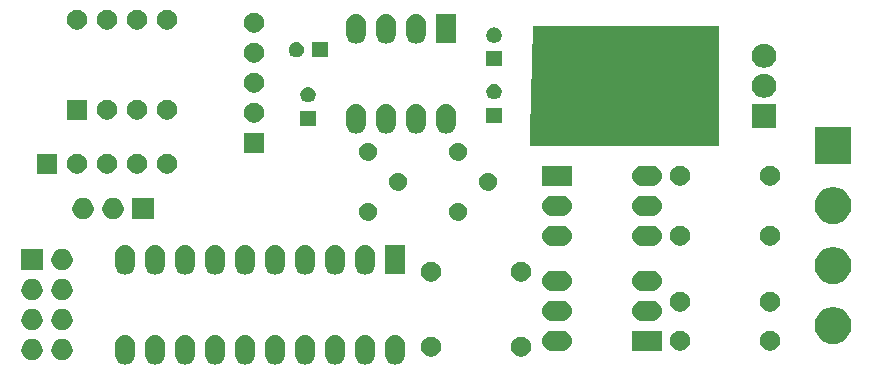
<source format=gbr>
G04 #@! TF.GenerationSoftware,KiCad,Pcbnew,(5.1.5)-3*
G04 #@! TF.CreationDate,2020-03-13T12:56:36+05:00*
G04 #@! TF.ProjectId,dimmer,64696d6d-6572-42e6-9b69-6361645f7063,0.1*
G04 #@! TF.SameCoordinates,Original*
G04 #@! TF.FileFunction,Soldermask,Top*
G04 #@! TF.FilePolarity,Negative*
%FSLAX46Y46*%
G04 Gerber Fmt 4.6, Leading zero omitted, Abs format (unit mm)*
G04 Created by KiCad (PCBNEW (5.1.5)-3) date 2020-03-13 12:56:36*
%MOMM*%
%LPD*%
G04 APERTURE LIST*
%ADD10C,0.100000*%
G04 APERTURE END LIST*
D10*
G36*
X134278823Y-97567313D02*
G01*
X134439242Y-97615976D01*
X134571906Y-97686886D01*
X134587078Y-97694996D01*
X134716659Y-97801341D01*
X134823004Y-97930922D01*
X134823005Y-97930924D01*
X134902024Y-98078758D01*
X134950687Y-98239178D01*
X134963000Y-98364197D01*
X134963000Y-99247804D01*
X134950687Y-99372823D01*
X134902024Y-99533242D01*
X134863959Y-99604456D01*
X134823004Y-99681078D01*
X134801730Y-99707000D01*
X134716659Y-99810659D01*
X134587077Y-99917005D01*
X134439241Y-99996024D01*
X134278822Y-100044687D01*
X134112000Y-100061117D01*
X133945177Y-100044687D01*
X133784758Y-99996024D01*
X133636924Y-99917005D01*
X133636922Y-99917004D01*
X133507341Y-99810659D01*
X133422270Y-99707000D01*
X133400995Y-99681077D01*
X133321976Y-99533241D01*
X133273313Y-99372822D01*
X133261000Y-99247803D01*
X133261000Y-98364197D01*
X133273314Y-98239177D01*
X133321977Y-98078758D01*
X133400996Y-97930924D01*
X133400997Y-97930922D01*
X133507342Y-97801341D01*
X133636923Y-97694996D01*
X133652095Y-97686886D01*
X133784759Y-97615976D01*
X133945178Y-97567313D01*
X134112000Y-97550883D01*
X134278823Y-97567313D01*
G37*
G36*
X157138823Y-97567313D02*
G01*
X157299242Y-97615976D01*
X157431906Y-97686886D01*
X157447078Y-97694996D01*
X157576659Y-97801341D01*
X157683004Y-97930922D01*
X157683005Y-97930924D01*
X157762024Y-98078758D01*
X157810687Y-98239178D01*
X157823000Y-98364197D01*
X157823000Y-99247804D01*
X157810687Y-99372823D01*
X157762024Y-99533242D01*
X157723959Y-99604456D01*
X157683004Y-99681078D01*
X157661730Y-99707000D01*
X157576659Y-99810659D01*
X157447077Y-99917005D01*
X157299241Y-99996024D01*
X157138822Y-100044687D01*
X156972000Y-100061117D01*
X156805177Y-100044687D01*
X156644758Y-99996024D01*
X156496924Y-99917005D01*
X156496922Y-99917004D01*
X156367341Y-99810659D01*
X156282270Y-99707000D01*
X156260995Y-99681077D01*
X156181976Y-99533241D01*
X156133313Y-99372822D01*
X156121000Y-99247803D01*
X156121000Y-98364197D01*
X156133314Y-98239177D01*
X156181977Y-98078758D01*
X156260996Y-97930924D01*
X156260997Y-97930922D01*
X156367342Y-97801341D01*
X156496923Y-97694996D01*
X156512095Y-97686886D01*
X156644759Y-97615976D01*
X156805178Y-97567313D01*
X156972000Y-97550883D01*
X157138823Y-97567313D01*
G37*
G36*
X154598823Y-97567313D02*
G01*
X154759242Y-97615976D01*
X154891906Y-97686886D01*
X154907078Y-97694996D01*
X155036659Y-97801341D01*
X155143004Y-97930922D01*
X155143005Y-97930924D01*
X155222024Y-98078758D01*
X155270687Y-98239178D01*
X155283000Y-98364197D01*
X155283000Y-99247804D01*
X155270687Y-99372823D01*
X155222024Y-99533242D01*
X155183959Y-99604456D01*
X155143004Y-99681078D01*
X155121730Y-99707000D01*
X155036659Y-99810659D01*
X154907077Y-99917005D01*
X154759241Y-99996024D01*
X154598822Y-100044687D01*
X154432000Y-100061117D01*
X154265177Y-100044687D01*
X154104758Y-99996024D01*
X153956924Y-99917005D01*
X153956922Y-99917004D01*
X153827341Y-99810659D01*
X153742270Y-99707000D01*
X153720995Y-99681077D01*
X153641976Y-99533241D01*
X153593313Y-99372822D01*
X153581000Y-99247803D01*
X153581000Y-98364197D01*
X153593314Y-98239177D01*
X153641977Y-98078758D01*
X153720996Y-97930924D01*
X153720997Y-97930922D01*
X153827342Y-97801341D01*
X153956923Y-97694996D01*
X153972095Y-97686886D01*
X154104759Y-97615976D01*
X154265178Y-97567313D01*
X154432000Y-97550883D01*
X154598823Y-97567313D01*
G37*
G36*
X152058823Y-97567313D02*
G01*
X152219242Y-97615976D01*
X152351906Y-97686886D01*
X152367078Y-97694996D01*
X152496659Y-97801341D01*
X152603004Y-97930922D01*
X152603005Y-97930924D01*
X152682024Y-98078758D01*
X152730687Y-98239178D01*
X152743000Y-98364197D01*
X152743000Y-99247804D01*
X152730687Y-99372823D01*
X152682024Y-99533242D01*
X152643959Y-99604456D01*
X152603004Y-99681078D01*
X152581730Y-99707000D01*
X152496659Y-99810659D01*
X152367077Y-99917005D01*
X152219241Y-99996024D01*
X152058822Y-100044687D01*
X151892000Y-100061117D01*
X151725177Y-100044687D01*
X151564758Y-99996024D01*
X151416924Y-99917005D01*
X151416922Y-99917004D01*
X151287341Y-99810659D01*
X151202270Y-99707000D01*
X151180995Y-99681077D01*
X151101976Y-99533241D01*
X151053313Y-99372822D01*
X151041000Y-99247803D01*
X151041000Y-98364197D01*
X151053314Y-98239177D01*
X151101977Y-98078758D01*
X151180996Y-97930924D01*
X151180997Y-97930922D01*
X151287342Y-97801341D01*
X151416923Y-97694996D01*
X151432095Y-97686886D01*
X151564759Y-97615976D01*
X151725178Y-97567313D01*
X151892000Y-97550883D01*
X152058823Y-97567313D01*
G37*
G36*
X149518823Y-97567313D02*
G01*
X149679242Y-97615976D01*
X149811906Y-97686886D01*
X149827078Y-97694996D01*
X149956659Y-97801341D01*
X150063004Y-97930922D01*
X150063005Y-97930924D01*
X150142024Y-98078758D01*
X150190687Y-98239178D01*
X150203000Y-98364197D01*
X150203000Y-99247804D01*
X150190687Y-99372823D01*
X150142024Y-99533242D01*
X150103959Y-99604456D01*
X150063004Y-99681078D01*
X150041730Y-99707000D01*
X149956659Y-99810659D01*
X149827077Y-99917005D01*
X149679241Y-99996024D01*
X149518822Y-100044687D01*
X149352000Y-100061117D01*
X149185177Y-100044687D01*
X149024758Y-99996024D01*
X148876924Y-99917005D01*
X148876922Y-99917004D01*
X148747341Y-99810659D01*
X148662270Y-99707000D01*
X148640995Y-99681077D01*
X148561976Y-99533241D01*
X148513313Y-99372822D01*
X148501000Y-99247803D01*
X148501000Y-98364197D01*
X148513314Y-98239177D01*
X148561977Y-98078758D01*
X148640996Y-97930924D01*
X148640997Y-97930922D01*
X148747342Y-97801341D01*
X148876923Y-97694996D01*
X148892095Y-97686886D01*
X149024759Y-97615976D01*
X149185178Y-97567313D01*
X149352000Y-97550883D01*
X149518823Y-97567313D01*
G37*
G36*
X146978823Y-97567313D02*
G01*
X147139242Y-97615976D01*
X147271906Y-97686886D01*
X147287078Y-97694996D01*
X147416659Y-97801341D01*
X147523004Y-97930922D01*
X147523005Y-97930924D01*
X147602024Y-98078758D01*
X147650687Y-98239178D01*
X147663000Y-98364197D01*
X147663000Y-99247804D01*
X147650687Y-99372823D01*
X147602024Y-99533242D01*
X147563959Y-99604456D01*
X147523004Y-99681078D01*
X147501730Y-99707000D01*
X147416659Y-99810659D01*
X147287077Y-99917005D01*
X147139241Y-99996024D01*
X146978822Y-100044687D01*
X146812000Y-100061117D01*
X146645177Y-100044687D01*
X146484758Y-99996024D01*
X146336924Y-99917005D01*
X146336922Y-99917004D01*
X146207341Y-99810659D01*
X146122270Y-99707000D01*
X146100995Y-99681077D01*
X146021976Y-99533241D01*
X145973313Y-99372822D01*
X145961000Y-99247803D01*
X145961000Y-98364197D01*
X145973314Y-98239177D01*
X146021977Y-98078758D01*
X146100996Y-97930924D01*
X146100997Y-97930922D01*
X146207342Y-97801341D01*
X146336923Y-97694996D01*
X146352095Y-97686886D01*
X146484759Y-97615976D01*
X146645178Y-97567313D01*
X146812000Y-97550883D01*
X146978823Y-97567313D01*
G37*
G36*
X141898823Y-97567313D02*
G01*
X142059242Y-97615976D01*
X142191906Y-97686886D01*
X142207078Y-97694996D01*
X142336659Y-97801341D01*
X142443004Y-97930922D01*
X142443005Y-97930924D01*
X142522024Y-98078758D01*
X142570687Y-98239178D01*
X142583000Y-98364197D01*
X142583000Y-99247804D01*
X142570687Y-99372823D01*
X142522024Y-99533242D01*
X142483959Y-99604456D01*
X142443004Y-99681078D01*
X142421730Y-99707000D01*
X142336659Y-99810659D01*
X142207077Y-99917005D01*
X142059241Y-99996024D01*
X141898822Y-100044687D01*
X141732000Y-100061117D01*
X141565177Y-100044687D01*
X141404758Y-99996024D01*
X141256924Y-99917005D01*
X141256922Y-99917004D01*
X141127341Y-99810659D01*
X141042270Y-99707000D01*
X141020995Y-99681077D01*
X140941976Y-99533241D01*
X140893313Y-99372822D01*
X140881000Y-99247803D01*
X140881000Y-98364197D01*
X140893314Y-98239177D01*
X140941977Y-98078758D01*
X141020996Y-97930924D01*
X141020997Y-97930922D01*
X141127342Y-97801341D01*
X141256923Y-97694996D01*
X141272095Y-97686886D01*
X141404759Y-97615976D01*
X141565178Y-97567313D01*
X141732000Y-97550883D01*
X141898823Y-97567313D01*
G37*
G36*
X139358823Y-97567313D02*
G01*
X139519242Y-97615976D01*
X139651906Y-97686886D01*
X139667078Y-97694996D01*
X139796659Y-97801341D01*
X139903004Y-97930922D01*
X139903005Y-97930924D01*
X139982024Y-98078758D01*
X140030687Y-98239178D01*
X140043000Y-98364197D01*
X140043000Y-99247804D01*
X140030687Y-99372823D01*
X139982024Y-99533242D01*
X139943959Y-99604456D01*
X139903004Y-99681078D01*
X139881730Y-99707000D01*
X139796659Y-99810659D01*
X139667077Y-99917005D01*
X139519241Y-99996024D01*
X139358822Y-100044687D01*
X139192000Y-100061117D01*
X139025177Y-100044687D01*
X138864758Y-99996024D01*
X138716924Y-99917005D01*
X138716922Y-99917004D01*
X138587341Y-99810659D01*
X138502270Y-99707000D01*
X138480995Y-99681077D01*
X138401976Y-99533241D01*
X138353313Y-99372822D01*
X138341000Y-99247803D01*
X138341000Y-98364197D01*
X138353314Y-98239177D01*
X138401977Y-98078758D01*
X138480996Y-97930924D01*
X138480997Y-97930922D01*
X138587342Y-97801341D01*
X138716923Y-97694996D01*
X138732095Y-97686886D01*
X138864759Y-97615976D01*
X139025178Y-97567313D01*
X139192000Y-97550883D01*
X139358823Y-97567313D01*
G37*
G36*
X136818823Y-97567313D02*
G01*
X136979242Y-97615976D01*
X137111906Y-97686886D01*
X137127078Y-97694996D01*
X137256659Y-97801341D01*
X137363004Y-97930922D01*
X137363005Y-97930924D01*
X137442024Y-98078758D01*
X137490687Y-98239178D01*
X137503000Y-98364197D01*
X137503000Y-99247804D01*
X137490687Y-99372823D01*
X137442024Y-99533242D01*
X137403959Y-99604456D01*
X137363004Y-99681078D01*
X137341730Y-99707000D01*
X137256659Y-99810659D01*
X137127077Y-99917005D01*
X136979241Y-99996024D01*
X136818822Y-100044687D01*
X136652000Y-100061117D01*
X136485177Y-100044687D01*
X136324758Y-99996024D01*
X136176924Y-99917005D01*
X136176922Y-99917004D01*
X136047341Y-99810659D01*
X135962270Y-99707000D01*
X135940995Y-99681077D01*
X135861976Y-99533241D01*
X135813313Y-99372822D01*
X135801000Y-99247803D01*
X135801000Y-98364197D01*
X135813314Y-98239177D01*
X135861977Y-98078758D01*
X135940996Y-97930924D01*
X135940997Y-97930922D01*
X136047342Y-97801341D01*
X136176923Y-97694996D01*
X136192095Y-97686886D01*
X136324759Y-97615976D01*
X136485178Y-97567313D01*
X136652000Y-97550883D01*
X136818823Y-97567313D01*
G37*
G36*
X144438823Y-97567313D02*
G01*
X144599242Y-97615976D01*
X144731906Y-97686886D01*
X144747078Y-97694996D01*
X144876659Y-97801341D01*
X144983004Y-97930922D01*
X144983005Y-97930924D01*
X145062024Y-98078758D01*
X145110687Y-98239178D01*
X145123000Y-98364197D01*
X145123000Y-99247804D01*
X145110687Y-99372823D01*
X145062024Y-99533242D01*
X145023959Y-99604456D01*
X144983004Y-99681078D01*
X144961730Y-99707000D01*
X144876659Y-99810659D01*
X144747077Y-99917005D01*
X144599241Y-99996024D01*
X144438822Y-100044687D01*
X144272000Y-100061117D01*
X144105177Y-100044687D01*
X143944758Y-99996024D01*
X143796924Y-99917005D01*
X143796922Y-99917004D01*
X143667341Y-99810659D01*
X143582270Y-99707000D01*
X143560995Y-99681077D01*
X143481976Y-99533241D01*
X143433313Y-99372822D01*
X143421000Y-99247803D01*
X143421000Y-98364197D01*
X143433314Y-98239177D01*
X143481977Y-98078758D01*
X143560996Y-97930924D01*
X143560997Y-97930922D01*
X143667342Y-97801341D01*
X143796923Y-97694996D01*
X143812095Y-97686886D01*
X143944759Y-97615976D01*
X144105178Y-97567313D01*
X144272000Y-97550883D01*
X144438823Y-97567313D01*
G37*
G36*
X126351512Y-97909927D02*
G01*
X126500812Y-97939624D01*
X126664784Y-98007544D01*
X126812354Y-98106147D01*
X126937853Y-98231646D01*
X127036456Y-98379216D01*
X127104376Y-98543188D01*
X127122800Y-98635815D01*
X127139000Y-98717258D01*
X127139000Y-98894742D01*
X127134073Y-98919512D01*
X127104376Y-99068812D01*
X127036456Y-99232784D01*
X126937853Y-99380354D01*
X126812354Y-99505853D01*
X126664784Y-99604456D01*
X126500812Y-99672376D01*
X126351512Y-99702073D01*
X126326742Y-99707000D01*
X126149258Y-99707000D01*
X126124488Y-99702073D01*
X125975188Y-99672376D01*
X125811216Y-99604456D01*
X125663646Y-99505853D01*
X125538147Y-99380354D01*
X125439544Y-99232784D01*
X125371624Y-99068812D01*
X125341927Y-98919512D01*
X125337000Y-98894742D01*
X125337000Y-98717258D01*
X125353200Y-98635815D01*
X125371624Y-98543188D01*
X125439544Y-98379216D01*
X125538147Y-98231646D01*
X125663646Y-98106147D01*
X125811216Y-98007544D01*
X125975188Y-97939624D01*
X126124488Y-97909927D01*
X126149258Y-97905000D01*
X126326742Y-97905000D01*
X126351512Y-97909927D01*
G37*
G36*
X128891512Y-97909927D02*
G01*
X129040812Y-97939624D01*
X129204784Y-98007544D01*
X129352354Y-98106147D01*
X129477853Y-98231646D01*
X129576456Y-98379216D01*
X129644376Y-98543188D01*
X129662800Y-98635815D01*
X129679000Y-98717258D01*
X129679000Y-98894742D01*
X129674073Y-98919512D01*
X129644376Y-99068812D01*
X129576456Y-99232784D01*
X129477853Y-99380354D01*
X129352354Y-99505853D01*
X129204784Y-99604456D01*
X129040812Y-99672376D01*
X128891512Y-99702073D01*
X128866742Y-99707000D01*
X128689258Y-99707000D01*
X128664488Y-99702073D01*
X128515188Y-99672376D01*
X128351216Y-99604456D01*
X128203646Y-99505853D01*
X128078147Y-99380354D01*
X127979544Y-99232784D01*
X127911624Y-99068812D01*
X127881927Y-98919512D01*
X127877000Y-98894742D01*
X127877000Y-98717258D01*
X127893200Y-98635815D01*
X127911624Y-98543188D01*
X127979544Y-98379216D01*
X128078147Y-98231646D01*
X128203646Y-98106147D01*
X128351216Y-98007544D01*
X128515188Y-97939624D01*
X128664488Y-97909927D01*
X128689258Y-97905000D01*
X128866742Y-97905000D01*
X128891512Y-97909927D01*
G37*
G36*
X160268228Y-97733703D02*
G01*
X160423100Y-97797853D01*
X160562481Y-97890985D01*
X160681015Y-98009519D01*
X160774147Y-98148900D01*
X160838297Y-98303772D01*
X160871000Y-98468184D01*
X160871000Y-98635816D01*
X160838297Y-98800228D01*
X160774147Y-98955100D01*
X160681015Y-99094481D01*
X160562481Y-99213015D01*
X160423100Y-99306147D01*
X160268228Y-99370297D01*
X160103816Y-99403000D01*
X159936184Y-99403000D01*
X159771772Y-99370297D01*
X159616900Y-99306147D01*
X159477519Y-99213015D01*
X159358985Y-99094481D01*
X159265853Y-98955100D01*
X159201703Y-98800228D01*
X159169000Y-98635816D01*
X159169000Y-98468184D01*
X159201703Y-98303772D01*
X159265853Y-98148900D01*
X159358985Y-98009519D01*
X159477519Y-97890985D01*
X159616900Y-97797853D01*
X159771772Y-97733703D01*
X159936184Y-97701000D01*
X160103816Y-97701000D01*
X160268228Y-97733703D01*
G37*
G36*
X167888228Y-97733703D02*
G01*
X168043100Y-97797853D01*
X168182481Y-97890985D01*
X168301015Y-98009519D01*
X168394147Y-98148900D01*
X168458297Y-98303772D01*
X168491000Y-98468184D01*
X168491000Y-98635816D01*
X168458297Y-98800228D01*
X168394147Y-98955100D01*
X168301015Y-99094481D01*
X168182481Y-99213015D01*
X168043100Y-99306147D01*
X167888228Y-99370297D01*
X167723816Y-99403000D01*
X167556184Y-99403000D01*
X167391772Y-99370297D01*
X167236900Y-99306147D01*
X167097519Y-99213015D01*
X166978985Y-99094481D01*
X166885853Y-98955100D01*
X166821703Y-98800228D01*
X166789000Y-98635816D01*
X166789000Y-98468184D01*
X166821703Y-98303772D01*
X166885853Y-98148900D01*
X166978985Y-98009519D01*
X167097519Y-97890985D01*
X167236900Y-97797853D01*
X167391772Y-97733703D01*
X167556184Y-97701000D01*
X167723816Y-97701000D01*
X167888228Y-97733703D01*
G37*
G36*
X181350228Y-97225703D02*
G01*
X181505100Y-97289853D01*
X181644481Y-97382985D01*
X181763015Y-97501519D01*
X181856147Y-97640900D01*
X181920297Y-97795772D01*
X181953000Y-97960184D01*
X181953000Y-98127816D01*
X181920297Y-98292228D01*
X181856147Y-98447100D01*
X181763015Y-98586481D01*
X181644481Y-98705015D01*
X181505100Y-98798147D01*
X181350228Y-98862297D01*
X181185816Y-98895000D01*
X181018184Y-98895000D01*
X180853772Y-98862297D01*
X180698900Y-98798147D01*
X180559519Y-98705015D01*
X180440985Y-98586481D01*
X180347853Y-98447100D01*
X180283703Y-98292228D01*
X180251000Y-98127816D01*
X180251000Y-97960184D01*
X180283703Y-97795772D01*
X180347853Y-97640900D01*
X180440985Y-97501519D01*
X180559519Y-97382985D01*
X180698900Y-97289853D01*
X180853772Y-97225703D01*
X181018184Y-97193000D01*
X181185816Y-97193000D01*
X181350228Y-97225703D01*
G37*
G36*
X179559000Y-98895000D02*
G01*
X177057000Y-98895000D01*
X177057000Y-97193000D01*
X179559000Y-97193000D01*
X179559000Y-98895000D01*
G37*
G36*
X171254823Y-97205313D02*
G01*
X171415242Y-97253976D01*
X171482361Y-97289852D01*
X171563078Y-97332996D01*
X171692659Y-97439341D01*
X171799004Y-97568922D01*
X171799005Y-97568924D01*
X171878024Y-97716758D01*
X171926687Y-97877177D01*
X171943117Y-98044000D01*
X171926687Y-98210823D01*
X171878024Y-98371242D01*
X171837477Y-98447100D01*
X171799004Y-98519078D01*
X171692659Y-98648659D01*
X171563078Y-98755004D01*
X171563076Y-98755005D01*
X171415242Y-98834024D01*
X171254823Y-98882687D01*
X171129804Y-98895000D01*
X170246196Y-98895000D01*
X170121177Y-98882687D01*
X169960758Y-98834024D01*
X169812924Y-98755005D01*
X169812922Y-98755004D01*
X169683341Y-98648659D01*
X169576996Y-98519078D01*
X169538523Y-98447100D01*
X169497976Y-98371242D01*
X169449313Y-98210823D01*
X169432883Y-98044000D01*
X169449313Y-97877177D01*
X169497976Y-97716758D01*
X169576995Y-97568924D01*
X169576996Y-97568922D01*
X169683341Y-97439341D01*
X169812922Y-97332996D01*
X169893639Y-97289852D01*
X169960758Y-97253976D01*
X170121177Y-97205313D01*
X170246196Y-97193000D01*
X171129804Y-97193000D01*
X171254823Y-97205313D01*
G37*
G36*
X188970228Y-97225703D02*
G01*
X189125100Y-97289853D01*
X189264481Y-97382985D01*
X189383015Y-97501519D01*
X189476147Y-97640900D01*
X189540297Y-97795772D01*
X189573000Y-97960184D01*
X189573000Y-98127816D01*
X189540297Y-98292228D01*
X189476147Y-98447100D01*
X189383015Y-98586481D01*
X189264481Y-98705015D01*
X189125100Y-98798147D01*
X188970228Y-98862297D01*
X188805816Y-98895000D01*
X188638184Y-98895000D01*
X188473772Y-98862297D01*
X188318900Y-98798147D01*
X188179519Y-98705015D01*
X188060985Y-98586481D01*
X187967853Y-98447100D01*
X187903703Y-98292228D01*
X187871000Y-98127816D01*
X187871000Y-97960184D01*
X187903703Y-97795772D01*
X187967853Y-97640900D01*
X188060985Y-97501519D01*
X188179519Y-97382985D01*
X188318900Y-97289853D01*
X188473772Y-97225703D01*
X188638184Y-97193000D01*
X188805816Y-97193000D01*
X188970228Y-97225703D01*
G37*
G36*
X194358585Y-95252802D02*
G01*
X194508410Y-95282604D01*
X194790674Y-95399521D01*
X195044705Y-95569259D01*
X195260741Y-95785295D01*
X195430479Y-96039326D01*
X195547396Y-96321590D01*
X195607000Y-96621240D01*
X195607000Y-96926760D01*
X195547396Y-97226410D01*
X195430479Y-97508674D01*
X195260741Y-97762705D01*
X195044705Y-97978741D01*
X194790674Y-98148479D01*
X194508410Y-98265396D01*
X194373516Y-98292228D01*
X194208761Y-98325000D01*
X193903239Y-98325000D01*
X193738484Y-98292228D01*
X193603590Y-98265396D01*
X193321326Y-98148479D01*
X193067295Y-97978741D01*
X192851259Y-97762705D01*
X192681521Y-97508674D01*
X192564604Y-97226410D01*
X192505000Y-96926760D01*
X192505000Y-96621240D01*
X192564604Y-96321590D01*
X192681521Y-96039326D01*
X192851259Y-95785295D01*
X193067295Y-95569259D01*
X193321326Y-95399521D01*
X193603590Y-95282604D01*
X193753415Y-95252802D01*
X193903239Y-95223000D01*
X194208761Y-95223000D01*
X194358585Y-95252802D01*
G37*
G36*
X128891512Y-95369927D02*
G01*
X129040812Y-95399624D01*
X129204784Y-95467544D01*
X129352354Y-95566147D01*
X129477853Y-95691646D01*
X129576456Y-95839216D01*
X129644376Y-96003188D01*
X129665355Y-96108659D01*
X129679000Y-96177258D01*
X129679000Y-96354742D01*
X129674073Y-96379512D01*
X129644376Y-96528812D01*
X129576456Y-96692784D01*
X129477853Y-96840354D01*
X129352354Y-96965853D01*
X129204784Y-97064456D01*
X129040812Y-97132376D01*
X128891512Y-97162073D01*
X128866742Y-97167000D01*
X128689258Y-97167000D01*
X128664488Y-97162073D01*
X128515188Y-97132376D01*
X128351216Y-97064456D01*
X128203646Y-96965853D01*
X128078147Y-96840354D01*
X127979544Y-96692784D01*
X127911624Y-96528812D01*
X127881927Y-96379512D01*
X127877000Y-96354742D01*
X127877000Y-96177258D01*
X127890645Y-96108659D01*
X127911624Y-96003188D01*
X127979544Y-95839216D01*
X128078147Y-95691646D01*
X128203646Y-95566147D01*
X128351216Y-95467544D01*
X128515188Y-95399624D01*
X128664488Y-95369927D01*
X128689258Y-95365000D01*
X128866742Y-95365000D01*
X128891512Y-95369927D01*
G37*
G36*
X126351512Y-95369927D02*
G01*
X126500812Y-95399624D01*
X126664784Y-95467544D01*
X126812354Y-95566147D01*
X126937853Y-95691646D01*
X127036456Y-95839216D01*
X127104376Y-96003188D01*
X127125355Y-96108659D01*
X127139000Y-96177258D01*
X127139000Y-96354742D01*
X127134073Y-96379512D01*
X127104376Y-96528812D01*
X127036456Y-96692784D01*
X126937853Y-96840354D01*
X126812354Y-96965853D01*
X126664784Y-97064456D01*
X126500812Y-97132376D01*
X126351512Y-97162073D01*
X126326742Y-97167000D01*
X126149258Y-97167000D01*
X126124488Y-97162073D01*
X125975188Y-97132376D01*
X125811216Y-97064456D01*
X125663646Y-96965853D01*
X125538147Y-96840354D01*
X125439544Y-96692784D01*
X125371624Y-96528812D01*
X125341927Y-96379512D01*
X125337000Y-96354742D01*
X125337000Y-96177258D01*
X125350645Y-96108659D01*
X125371624Y-96003188D01*
X125439544Y-95839216D01*
X125538147Y-95691646D01*
X125663646Y-95566147D01*
X125811216Y-95467544D01*
X125975188Y-95399624D01*
X126124488Y-95369927D01*
X126149258Y-95365000D01*
X126326742Y-95365000D01*
X126351512Y-95369927D01*
G37*
G36*
X178874823Y-94665313D02*
G01*
X179035242Y-94713976D01*
X179167906Y-94784886D01*
X179183078Y-94792996D01*
X179312659Y-94899341D01*
X179419004Y-95028922D01*
X179419005Y-95028924D01*
X179498024Y-95176758D01*
X179546687Y-95337177D01*
X179563117Y-95504000D01*
X179546687Y-95670823D01*
X179498024Y-95831242D01*
X179427114Y-95963906D01*
X179419004Y-95979078D01*
X179312659Y-96108659D01*
X179183078Y-96215004D01*
X179183076Y-96215005D01*
X179035242Y-96294024D01*
X178874823Y-96342687D01*
X178749804Y-96355000D01*
X177866196Y-96355000D01*
X177741177Y-96342687D01*
X177580758Y-96294024D01*
X177432924Y-96215005D01*
X177432922Y-96215004D01*
X177303341Y-96108659D01*
X177196996Y-95979078D01*
X177188886Y-95963906D01*
X177117976Y-95831242D01*
X177069313Y-95670823D01*
X177052883Y-95504000D01*
X177069313Y-95337177D01*
X177117976Y-95176758D01*
X177196995Y-95028924D01*
X177196996Y-95028922D01*
X177303341Y-94899341D01*
X177432922Y-94792996D01*
X177448094Y-94784886D01*
X177580758Y-94713976D01*
X177741177Y-94665313D01*
X177866196Y-94653000D01*
X178749804Y-94653000D01*
X178874823Y-94665313D01*
G37*
G36*
X171254823Y-94665313D02*
G01*
X171415242Y-94713976D01*
X171547906Y-94784886D01*
X171563078Y-94792996D01*
X171692659Y-94899341D01*
X171799004Y-95028922D01*
X171799005Y-95028924D01*
X171878024Y-95176758D01*
X171926687Y-95337177D01*
X171943117Y-95504000D01*
X171926687Y-95670823D01*
X171878024Y-95831242D01*
X171807114Y-95963906D01*
X171799004Y-95979078D01*
X171692659Y-96108659D01*
X171563078Y-96215004D01*
X171563076Y-96215005D01*
X171415242Y-96294024D01*
X171254823Y-96342687D01*
X171129804Y-96355000D01*
X170246196Y-96355000D01*
X170121177Y-96342687D01*
X169960758Y-96294024D01*
X169812924Y-96215005D01*
X169812922Y-96215004D01*
X169683341Y-96108659D01*
X169576996Y-95979078D01*
X169568886Y-95963906D01*
X169497976Y-95831242D01*
X169449313Y-95670823D01*
X169432883Y-95504000D01*
X169449313Y-95337177D01*
X169497976Y-95176758D01*
X169576995Y-95028924D01*
X169576996Y-95028922D01*
X169683341Y-94899341D01*
X169812922Y-94792996D01*
X169828094Y-94784886D01*
X169960758Y-94713976D01*
X170121177Y-94665313D01*
X170246196Y-94653000D01*
X171129804Y-94653000D01*
X171254823Y-94665313D01*
G37*
G36*
X181350228Y-93923703D02*
G01*
X181505100Y-93987853D01*
X181644481Y-94080985D01*
X181763015Y-94199519D01*
X181856147Y-94338900D01*
X181920297Y-94493772D01*
X181953000Y-94658184D01*
X181953000Y-94825816D01*
X181920297Y-94990228D01*
X181856147Y-95145100D01*
X181763015Y-95284481D01*
X181644481Y-95403015D01*
X181505100Y-95496147D01*
X181350228Y-95560297D01*
X181185816Y-95593000D01*
X181018184Y-95593000D01*
X180853772Y-95560297D01*
X180698900Y-95496147D01*
X180559519Y-95403015D01*
X180440985Y-95284481D01*
X180347853Y-95145100D01*
X180283703Y-94990228D01*
X180251000Y-94825816D01*
X180251000Y-94658184D01*
X180283703Y-94493772D01*
X180347853Y-94338900D01*
X180440985Y-94199519D01*
X180559519Y-94080985D01*
X180698900Y-93987853D01*
X180853772Y-93923703D01*
X181018184Y-93891000D01*
X181185816Y-93891000D01*
X181350228Y-93923703D01*
G37*
G36*
X188970228Y-93923703D02*
G01*
X189125100Y-93987853D01*
X189264481Y-94080985D01*
X189383015Y-94199519D01*
X189476147Y-94338900D01*
X189540297Y-94493772D01*
X189573000Y-94658184D01*
X189573000Y-94825816D01*
X189540297Y-94990228D01*
X189476147Y-95145100D01*
X189383015Y-95284481D01*
X189264481Y-95403015D01*
X189125100Y-95496147D01*
X188970228Y-95560297D01*
X188805816Y-95593000D01*
X188638184Y-95593000D01*
X188473772Y-95560297D01*
X188318900Y-95496147D01*
X188179519Y-95403015D01*
X188060985Y-95284481D01*
X187967853Y-95145100D01*
X187903703Y-94990228D01*
X187871000Y-94825816D01*
X187871000Y-94658184D01*
X187903703Y-94493772D01*
X187967853Y-94338900D01*
X188060985Y-94199519D01*
X188179519Y-94080985D01*
X188318900Y-93987853D01*
X188473772Y-93923703D01*
X188638184Y-93891000D01*
X188805816Y-93891000D01*
X188970228Y-93923703D01*
G37*
G36*
X126351512Y-92829927D02*
G01*
X126500812Y-92859624D01*
X126664784Y-92927544D01*
X126812354Y-93026147D01*
X126937853Y-93151646D01*
X127036456Y-93299216D01*
X127104376Y-93463188D01*
X127125355Y-93568659D01*
X127139000Y-93637258D01*
X127139000Y-93814742D01*
X127134073Y-93839512D01*
X127104376Y-93988812D01*
X127036456Y-94152784D01*
X126937853Y-94300354D01*
X126812354Y-94425853D01*
X126664784Y-94524456D01*
X126500812Y-94592376D01*
X126351512Y-94622073D01*
X126326742Y-94627000D01*
X126149258Y-94627000D01*
X126124488Y-94622073D01*
X125975188Y-94592376D01*
X125811216Y-94524456D01*
X125663646Y-94425853D01*
X125538147Y-94300354D01*
X125439544Y-94152784D01*
X125371624Y-93988812D01*
X125341927Y-93839512D01*
X125337000Y-93814742D01*
X125337000Y-93637258D01*
X125350645Y-93568659D01*
X125371624Y-93463188D01*
X125439544Y-93299216D01*
X125538147Y-93151646D01*
X125663646Y-93026147D01*
X125811216Y-92927544D01*
X125975188Y-92859624D01*
X126124488Y-92829927D01*
X126149258Y-92825000D01*
X126326742Y-92825000D01*
X126351512Y-92829927D01*
G37*
G36*
X128891512Y-92829927D02*
G01*
X129040812Y-92859624D01*
X129204784Y-92927544D01*
X129352354Y-93026147D01*
X129477853Y-93151646D01*
X129576456Y-93299216D01*
X129644376Y-93463188D01*
X129665355Y-93568659D01*
X129679000Y-93637258D01*
X129679000Y-93814742D01*
X129674073Y-93839512D01*
X129644376Y-93988812D01*
X129576456Y-94152784D01*
X129477853Y-94300354D01*
X129352354Y-94425853D01*
X129204784Y-94524456D01*
X129040812Y-94592376D01*
X128891512Y-94622073D01*
X128866742Y-94627000D01*
X128689258Y-94627000D01*
X128664488Y-94622073D01*
X128515188Y-94592376D01*
X128351216Y-94524456D01*
X128203646Y-94425853D01*
X128078147Y-94300354D01*
X127979544Y-94152784D01*
X127911624Y-93988812D01*
X127881927Y-93839512D01*
X127877000Y-93814742D01*
X127877000Y-93637258D01*
X127890645Y-93568659D01*
X127911624Y-93463188D01*
X127979544Y-93299216D01*
X128078147Y-93151646D01*
X128203646Y-93026147D01*
X128351216Y-92927544D01*
X128515188Y-92859624D01*
X128664488Y-92829927D01*
X128689258Y-92825000D01*
X128866742Y-92825000D01*
X128891512Y-92829927D01*
G37*
G36*
X171254823Y-92125313D02*
G01*
X171415242Y-92173976D01*
X171547906Y-92244886D01*
X171563078Y-92252996D01*
X171692659Y-92359341D01*
X171799004Y-92488922D01*
X171799005Y-92488924D01*
X171878024Y-92636758D01*
X171926687Y-92797177D01*
X171943117Y-92964000D01*
X171926687Y-93130823D01*
X171878024Y-93291242D01*
X171807114Y-93423906D01*
X171799004Y-93439078D01*
X171692659Y-93568659D01*
X171563078Y-93675004D01*
X171563076Y-93675005D01*
X171415242Y-93754024D01*
X171254823Y-93802687D01*
X171129804Y-93815000D01*
X170246196Y-93815000D01*
X170121177Y-93802687D01*
X169960758Y-93754024D01*
X169812924Y-93675005D01*
X169812922Y-93675004D01*
X169683341Y-93568659D01*
X169576996Y-93439078D01*
X169568886Y-93423906D01*
X169497976Y-93291242D01*
X169449313Y-93130823D01*
X169432883Y-92964000D01*
X169449313Y-92797177D01*
X169497976Y-92636758D01*
X169576995Y-92488924D01*
X169576996Y-92488922D01*
X169683341Y-92359341D01*
X169812922Y-92252996D01*
X169828094Y-92244886D01*
X169960758Y-92173976D01*
X170121177Y-92125313D01*
X170246196Y-92113000D01*
X171129804Y-92113000D01*
X171254823Y-92125313D01*
G37*
G36*
X178874823Y-92125313D02*
G01*
X179035242Y-92173976D01*
X179167906Y-92244886D01*
X179183078Y-92252996D01*
X179312659Y-92359341D01*
X179419004Y-92488922D01*
X179419005Y-92488924D01*
X179498024Y-92636758D01*
X179546687Y-92797177D01*
X179563117Y-92964000D01*
X179546687Y-93130823D01*
X179498024Y-93291242D01*
X179427114Y-93423906D01*
X179419004Y-93439078D01*
X179312659Y-93568659D01*
X179183078Y-93675004D01*
X179183076Y-93675005D01*
X179035242Y-93754024D01*
X178874823Y-93802687D01*
X178749804Y-93815000D01*
X177866196Y-93815000D01*
X177741177Y-93802687D01*
X177580758Y-93754024D01*
X177432924Y-93675005D01*
X177432922Y-93675004D01*
X177303341Y-93568659D01*
X177196996Y-93439078D01*
X177188886Y-93423906D01*
X177117976Y-93291242D01*
X177069313Y-93130823D01*
X177052883Y-92964000D01*
X177069313Y-92797177D01*
X177117976Y-92636758D01*
X177196995Y-92488924D01*
X177196996Y-92488922D01*
X177303341Y-92359341D01*
X177432922Y-92252996D01*
X177448094Y-92244886D01*
X177580758Y-92173976D01*
X177741177Y-92125313D01*
X177866196Y-92113000D01*
X178749804Y-92113000D01*
X178874823Y-92125313D01*
G37*
G36*
X194358585Y-90172802D02*
G01*
X194508410Y-90202604D01*
X194790674Y-90319521D01*
X195044705Y-90489259D01*
X195260741Y-90705295D01*
X195430479Y-90959326D01*
X195547396Y-91241590D01*
X195607000Y-91541240D01*
X195607000Y-91846760D01*
X195547396Y-92146410D01*
X195430479Y-92428674D01*
X195260741Y-92682705D01*
X195044705Y-92898741D01*
X194790674Y-93068479D01*
X194508410Y-93185396D01*
X194358585Y-93215198D01*
X194208761Y-93245000D01*
X193903239Y-93245000D01*
X193753415Y-93215198D01*
X193603590Y-93185396D01*
X193321326Y-93068479D01*
X193067295Y-92898741D01*
X192851259Y-92682705D01*
X192681521Y-92428674D01*
X192564604Y-92146410D01*
X192505000Y-91846760D01*
X192505000Y-91541240D01*
X192564604Y-91241590D01*
X192681521Y-90959326D01*
X192851259Y-90705295D01*
X193067295Y-90489259D01*
X193321326Y-90319521D01*
X193603590Y-90202604D01*
X193753415Y-90172802D01*
X193903239Y-90143000D01*
X194208761Y-90143000D01*
X194358585Y-90172802D01*
G37*
G36*
X160268228Y-91383703D02*
G01*
X160423100Y-91447853D01*
X160562481Y-91540985D01*
X160681015Y-91659519D01*
X160774147Y-91798900D01*
X160838297Y-91953772D01*
X160871000Y-92118184D01*
X160871000Y-92285816D01*
X160838297Y-92450228D01*
X160774147Y-92605100D01*
X160681015Y-92744481D01*
X160562481Y-92863015D01*
X160423100Y-92956147D01*
X160268228Y-93020297D01*
X160103816Y-93053000D01*
X159936184Y-93053000D01*
X159771772Y-93020297D01*
X159616900Y-92956147D01*
X159477519Y-92863015D01*
X159358985Y-92744481D01*
X159265853Y-92605100D01*
X159201703Y-92450228D01*
X159169000Y-92285816D01*
X159169000Y-92118184D01*
X159201703Y-91953772D01*
X159265853Y-91798900D01*
X159358985Y-91659519D01*
X159477519Y-91540985D01*
X159616900Y-91447853D01*
X159771772Y-91383703D01*
X159936184Y-91351000D01*
X160103816Y-91351000D01*
X160268228Y-91383703D01*
G37*
G36*
X167888228Y-91383703D02*
G01*
X168043100Y-91447853D01*
X168182481Y-91540985D01*
X168301015Y-91659519D01*
X168394147Y-91798900D01*
X168458297Y-91953772D01*
X168491000Y-92118184D01*
X168491000Y-92285816D01*
X168458297Y-92450228D01*
X168394147Y-92605100D01*
X168301015Y-92744481D01*
X168182481Y-92863015D01*
X168043100Y-92956147D01*
X167888228Y-93020297D01*
X167723816Y-93053000D01*
X167556184Y-93053000D01*
X167391772Y-93020297D01*
X167236900Y-92956147D01*
X167097519Y-92863015D01*
X166978985Y-92744481D01*
X166885853Y-92605100D01*
X166821703Y-92450228D01*
X166789000Y-92285816D01*
X166789000Y-92118184D01*
X166821703Y-91953772D01*
X166885853Y-91798900D01*
X166978985Y-91659519D01*
X167097519Y-91540985D01*
X167236900Y-91447853D01*
X167391772Y-91383703D01*
X167556184Y-91351000D01*
X167723816Y-91351000D01*
X167888228Y-91383703D01*
G37*
G36*
X154598823Y-89947313D02*
G01*
X154681183Y-89972297D01*
X154748397Y-89992686D01*
X154759242Y-89995976D01*
X154891906Y-90066886D01*
X154907078Y-90074996D01*
X155036659Y-90181341D01*
X155143004Y-90310922D01*
X155143005Y-90310924D01*
X155222024Y-90458758D01*
X155270687Y-90619178D01*
X155283000Y-90744197D01*
X155283000Y-91627804D01*
X155270687Y-91752823D01*
X155222024Y-91913242D01*
X155200360Y-91953772D01*
X155143004Y-92061078D01*
X155072974Y-92146409D01*
X155036659Y-92190659D01*
X154907077Y-92297005D01*
X154759241Y-92376024D01*
X154598822Y-92424687D01*
X154432000Y-92441117D01*
X154265177Y-92424687D01*
X154104758Y-92376024D01*
X153956924Y-92297005D01*
X153956922Y-92297004D01*
X153827341Y-92190659D01*
X153791026Y-92146409D01*
X153720995Y-92061077D01*
X153641976Y-91913241D01*
X153593313Y-91752822D01*
X153581000Y-91627803D01*
X153581000Y-90744197D01*
X153593314Y-90619177D01*
X153641977Y-90458758D01*
X153720996Y-90310924D01*
X153720997Y-90310922D01*
X153827342Y-90181341D01*
X153956923Y-90074996D01*
X153972095Y-90066886D01*
X154104759Y-89995976D01*
X154115605Y-89992686D01*
X154182818Y-89972297D01*
X154265178Y-89947313D01*
X154432000Y-89930883D01*
X154598823Y-89947313D01*
G37*
G36*
X134278823Y-89947313D02*
G01*
X134361183Y-89972297D01*
X134428397Y-89992686D01*
X134439242Y-89995976D01*
X134571906Y-90066886D01*
X134587078Y-90074996D01*
X134716659Y-90181341D01*
X134823004Y-90310922D01*
X134823005Y-90310924D01*
X134902024Y-90458758D01*
X134950687Y-90619178D01*
X134963000Y-90744197D01*
X134963000Y-91627804D01*
X134950687Y-91752823D01*
X134902024Y-91913242D01*
X134880360Y-91953772D01*
X134823004Y-92061078D01*
X134752974Y-92146409D01*
X134716659Y-92190659D01*
X134587077Y-92297005D01*
X134439241Y-92376024D01*
X134278822Y-92424687D01*
X134112000Y-92441117D01*
X133945177Y-92424687D01*
X133784758Y-92376024D01*
X133636924Y-92297005D01*
X133636922Y-92297004D01*
X133507341Y-92190659D01*
X133471026Y-92146409D01*
X133400995Y-92061077D01*
X133321976Y-91913241D01*
X133273313Y-91752822D01*
X133261000Y-91627803D01*
X133261000Y-90744197D01*
X133273314Y-90619177D01*
X133321977Y-90458758D01*
X133400996Y-90310924D01*
X133400997Y-90310922D01*
X133507342Y-90181341D01*
X133636923Y-90074996D01*
X133652095Y-90066886D01*
X133784759Y-89995976D01*
X133795605Y-89992686D01*
X133862818Y-89972297D01*
X133945178Y-89947313D01*
X134112000Y-89930883D01*
X134278823Y-89947313D01*
G37*
G36*
X152058823Y-89947313D02*
G01*
X152141183Y-89972297D01*
X152208397Y-89992686D01*
X152219242Y-89995976D01*
X152351906Y-90066886D01*
X152367078Y-90074996D01*
X152496659Y-90181341D01*
X152603004Y-90310922D01*
X152603005Y-90310924D01*
X152682024Y-90458758D01*
X152730687Y-90619178D01*
X152743000Y-90744197D01*
X152743000Y-91627804D01*
X152730687Y-91752823D01*
X152682024Y-91913242D01*
X152660360Y-91953772D01*
X152603004Y-92061078D01*
X152532974Y-92146409D01*
X152496659Y-92190659D01*
X152367077Y-92297005D01*
X152219241Y-92376024D01*
X152058822Y-92424687D01*
X151892000Y-92441117D01*
X151725177Y-92424687D01*
X151564758Y-92376024D01*
X151416924Y-92297005D01*
X151416922Y-92297004D01*
X151287341Y-92190659D01*
X151251026Y-92146409D01*
X151180995Y-92061077D01*
X151101976Y-91913241D01*
X151053313Y-91752822D01*
X151041000Y-91627803D01*
X151041000Y-90744197D01*
X151053314Y-90619177D01*
X151101977Y-90458758D01*
X151180996Y-90310924D01*
X151180997Y-90310922D01*
X151287342Y-90181341D01*
X151416923Y-90074996D01*
X151432095Y-90066886D01*
X151564759Y-89995976D01*
X151575605Y-89992686D01*
X151642818Y-89972297D01*
X151725178Y-89947313D01*
X151892000Y-89930883D01*
X152058823Y-89947313D01*
G37*
G36*
X149518823Y-89947313D02*
G01*
X149601183Y-89972297D01*
X149668397Y-89992686D01*
X149679242Y-89995976D01*
X149811906Y-90066886D01*
X149827078Y-90074996D01*
X149956659Y-90181341D01*
X150063004Y-90310922D01*
X150063005Y-90310924D01*
X150142024Y-90458758D01*
X150190687Y-90619178D01*
X150203000Y-90744197D01*
X150203000Y-91627804D01*
X150190687Y-91752823D01*
X150142024Y-91913242D01*
X150120360Y-91953772D01*
X150063004Y-92061078D01*
X149992974Y-92146409D01*
X149956659Y-92190659D01*
X149827077Y-92297005D01*
X149679241Y-92376024D01*
X149518822Y-92424687D01*
X149352000Y-92441117D01*
X149185177Y-92424687D01*
X149024758Y-92376024D01*
X148876924Y-92297005D01*
X148876922Y-92297004D01*
X148747341Y-92190659D01*
X148711026Y-92146409D01*
X148640995Y-92061077D01*
X148561976Y-91913241D01*
X148513313Y-91752822D01*
X148501000Y-91627803D01*
X148501000Y-90744197D01*
X148513314Y-90619177D01*
X148561977Y-90458758D01*
X148640996Y-90310924D01*
X148640997Y-90310922D01*
X148747342Y-90181341D01*
X148876923Y-90074996D01*
X148892095Y-90066886D01*
X149024759Y-89995976D01*
X149035605Y-89992686D01*
X149102818Y-89972297D01*
X149185178Y-89947313D01*
X149352000Y-89930883D01*
X149518823Y-89947313D01*
G37*
G36*
X139358823Y-89947313D02*
G01*
X139441183Y-89972297D01*
X139508397Y-89992686D01*
X139519242Y-89995976D01*
X139651906Y-90066886D01*
X139667078Y-90074996D01*
X139796659Y-90181341D01*
X139903004Y-90310922D01*
X139903005Y-90310924D01*
X139982024Y-90458758D01*
X140030687Y-90619178D01*
X140043000Y-90744197D01*
X140043000Y-91627804D01*
X140030687Y-91752823D01*
X139982024Y-91913242D01*
X139960360Y-91953772D01*
X139903004Y-92061078D01*
X139832974Y-92146409D01*
X139796659Y-92190659D01*
X139667077Y-92297005D01*
X139519241Y-92376024D01*
X139358822Y-92424687D01*
X139192000Y-92441117D01*
X139025177Y-92424687D01*
X138864758Y-92376024D01*
X138716924Y-92297005D01*
X138716922Y-92297004D01*
X138587341Y-92190659D01*
X138551026Y-92146409D01*
X138480995Y-92061077D01*
X138401976Y-91913241D01*
X138353313Y-91752822D01*
X138341000Y-91627803D01*
X138341000Y-90744197D01*
X138353314Y-90619177D01*
X138401977Y-90458758D01*
X138480996Y-90310924D01*
X138480997Y-90310922D01*
X138587342Y-90181341D01*
X138716923Y-90074996D01*
X138732095Y-90066886D01*
X138864759Y-89995976D01*
X138875605Y-89992686D01*
X138942818Y-89972297D01*
X139025178Y-89947313D01*
X139192000Y-89930883D01*
X139358823Y-89947313D01*
G37*
G36*
X144438823Y-89947313D02*
G01*
X144521183Y-89972297D01*
X144588397Y-89992686D01*
X144599242Y-89995976D01*
X144731906Y-90066886D01*
X144747078Y-90074996D01*
X144876659Y-90181341D01*
X144983004Y-90310922D01*
X144983005Y-90310924D01*
X145062024Y-90458758D01*
X145110687Y-90619178D01*
X145123000Y-90744197D01*
X145123000Y-91627804D01*
X145110687Y-91752823D01*
X145062024Y-91913242D01*
X145040360Y-91953772D01*
X144983004Y-92061078D01*
X144912974Y-92146409D01*
X144876659Y-92190659D01*
X144747077Y-92297005D01*
X144599241Y-92376024D01*
X144438822Y-92424687D01*
X144272000Y-92441117D01*
X144105177Y-92424687D01*
X143944758Y-92376024D01*
X143796924Y-92297005D01*
X143796922Y-92297004D01*
X143667341Y-92190659D01*
X143631026Y-92146409D01*
X143560995Y-92061077D01*
X143481976Y-91913241D01*
X143433313Y-91752822D01*
X143421000Y-91627803D01*
X143421000Y-90744197D01*
X143433314Y-90619177D01*
X143481977Y-90458758D01*
X143560996Y-90310924D01*
X143560997Y-90310922D01*
X143667342Y-90181341D01*
X143796923Y-90074996D01*
X143812095Y-90066886D01*
X143944759Y-89995976D01*
X143955605Y-89992686D01*
X144022818Y-89972297D01*
X144105178Y-89947313D01*
X144272000Y-89930883D01*
X144438823Y-89947313D01*
G37*
G36*
X141898823Y-89947313D02*
G01*
X141981183Y-89972297D01*
X142048397Y-89992686D01*
X142059242Y-89995976D01*
X142191906Y-90066886D01*
X142207078Y-90074996D01*
X142336659Y-90181341D01*
X142443004Y-90310922D01*
X142443005Y-90310924D01*
X142522024Y-90458758D01*
X142570687Y-90619178D01*
X142583000Y-90744197D01*
X142583000Y-91627804D01*
X142570687Y-91752823D01*
X142522024Y-91913242D01*
X142500360Y-91953772D01*
X142443004Y-92061078D01*
X142372974Y-92146409D01*
X142336659Y-92190659D01*
X142207077Y-92297005D01*
X142059241Y-92376024D01*
X141898822Y-92424687D01*
X141732000Y-92441117D01*
X141565177Y-92424687D01*
X141404758Y-92376024D01*
X141256924Y-92297005D01*
X141256922Y-92297004D01*
X141127341Y-92190659D01*
X141091026Y-92146409D01*
X141020995Y-92061077D01*
X140941976Y-91913241D01*
X140893313Y-91752822D01*
X140881000Y-91627803D01*
X140881000Y-90744197D01*
X140893314Y-90619177D01*
X140941977Y-90458758D01*
X141020996Y-90310924D01*
X141020997Y-90310922D01*
X141127342Y-90181341D01*
X141256923Y-90074996D01*
X141272095Y-90066886D01*
X141404759Y-89995976D01*
X141415605Y-89992686D01*
X141482818Y-89972297D01*
X141565178Y-89947313D01*
X141732000Y-89930883D01*
X141898823Y-89947313D01*
G37*
G36*
X136818823Y-89947313D02*
G01*
X136901183Y-89972297D01*
X136968397Y-89992686D01*
X136979242Y-89995976D01*
X137111906Y-90066886D01*
X137127078Y-90074996D01*
X137256659Y-90181341D01*
X137363004Y-90310922D01*
X137363005Y-90310924D01*
X137442024Y-90458758D01*
X137490687Y-90619178D01*
X137503000Y-90744197D01*
X137503000Y-91627804D01*
X137490687Y-91752823D01*
X137442024Y-91913242D01*
X137420360Y-91953772D01*
X137363004Y-92061078D01*
X137292974Y-92146409D01*
X137256659Y-92190659D01*
X137127077Y-92297005D01*
X136979241Y-92376024D01*
X136818822Y-92424687D01*
X136652000Y-92441117D01*
X136485177Y-92424687D01*
X136324758Y-92376024D01*
X136176924Y-92297005D01*
X136176922Y-92297004D01*
X136047341Y-92190659D01*
X136011026Y-92146409D01*
X135940995Y-92061077D01*
X135861976Y-91913241D01*
X135813313Y-91752822D01*
X135801000Y-91627803D01*
X135801000Y-90744197D01*
X135813314Y-90619177D01*
X135861977Y-90458758D01*
X135940996Y-90310924D01*
X135940997Y-90310922D01*
X136047342Y-90181341D01*
X136176923Y-90074996D01*
X136192095Y-90066886D01*
X136324759Y-89995976D01*
X136335605Y-89992686D01*
X136402818Y-89972297D01*
X136485178Y-89947313D01*
X136652000Y-89930883D01*
X136818823Y-89947313D01*
G37*
G36*
X146978823Y-89947313D02*
G01*
X147061183Y-89972297D01*
X147128397Y-89992686D01*
X147139242Y-89995976D01*
X147271906Y-90066886D01*
X147287078Y-90074996D01*
X147416659Y-90181341D01*
X147523004Y-90310922D01*
X147523005Y-90310924D01*
X147602024Y-90458758D01*
X147650687Y-90619178D01*
X147663000Y-90744197D01*
X147663000Y-91627804D01*
X147650687Y-91752823D01*
X147602024Y-91913242D01*
X147580360Y-91953772D01*
X147523004Y-92061078D01*
X147452974Y-92146409D01*
X147416659Y-92190659D01*
X147287077Y-92297005D01*
X147139241Y-92376024D01*
X146978822Y-92424687D01*
X146812000Y-92441117D01*
X146645177Y-92424687D01*
X146484758Y-92376024D01*
X146336924Y-92297005D01*
X146336922Y-92297004D01*
X146207341Y-92190659D01*
X146171026Y-92146409D01*
X146100995Y-92061077D01*
X146021976Y-91913241D01*
X145973313Y-91752822D01*
X145961000Y-91627803D01*
X145961000Y-90744197D01*
X145973314Y-90619177D01*
X146021977Y-90458758D01*
X146100996Y-90310924D01*
X146100997Y-90310922D01*
X146207342Y-90181341D01*
X146336923Y-90074996D01*
X146352095Y-90066886D01*
X146484759Y-89995976D01*
X146495605Y-89992686D01*
X146562818Y-89972297D01*
X146645178Y-89947313D01*
X146812000Y-89930883D01*
X146978823Y-89947313D01*
G37*
G36*
X157823000Y-92437000D02*
G01*
X156121000Y-92437000D01*
X156121000Y-89935000D01*
X157823000Y-89935000D01*
X157823000Y-92437000D01*
G37*
G36*
X127139000Y-92087000D02*
G01*
X125337000Y-92087000D01*
X125337000Y-90285000D01*
X127139000Y-90285000D01*
X127139000Y-92087000D01*
G37*
G36*
X128891512Y-90289927D02*
G01*
X129040812Y-90319624D01*
X129204784Y-90387544D01*
X129352354Y-90486147D01*
X129477853Y-90611646D01*
X129576456Y-90759216D01*
X129644376Y-90923188D01*
X129679000Y-91097259D01*
X129679000Y-91274741D01*
X129644376Y-91448812D01*
X129576456Y-91612784D01*
X129477853Y-91760354D01*
X129352354Y-91885853D01*
X129204784Y-91984456D01*
X129040812Y-92052376D01*
X128891512Y-92082073D01*
X128866742Y-92087000D01*
X128689258Y-92087000D01*
X128664488Y-92082073D01*
X128515188Y-92052376D01*
X128351216Y-91984456D01*
X128203646Y-91885853D01*
X128078147Y-91760354D01*
X127979544Y-91612784D01*
X127911624Y-91448812D01*
X127877000Y-91274741D01*
X127877000Y-91097259D01*
X127911624Y-90923188D01*
X127979544Y-90759216D01*
X128078147Y-90611646D01*
X128203646Y-90486147D01*
X128351216Y-90387544D01*
X128515188Y-90319624D01*
X128664488Y-90289927D01*
X128689258Y-90285000D01*
X128866742Y-90285000D01*
X128891512Y-90289927D01*
G37*
G36*
X171254823Y-88315313D02*
G01*
X171415242Y-88363976D01*
X171482361Y-88399852D01*
X171563078Y-88442996D01*
X171692659Y-88549341D01*
X171799004Y-88678922D01*
X171799005Y-88678924D01*
X171878024Y-88826758D01*
X171926687Y-88987177D01*
X171943117Y-89154000D01*
X171926687Y-89320823D01*
X171878024Y-89481242D01*
X171837477Y-89557100D01*
X171799004Y-89629078D01*
X171692659Y-89758659D01*
X171563078Y-89865004D01*
X171563076Y-89865005D01*
X171415242Y-89944024D01*
X171415239Y-89944025D01*
X171385380Y-89953083D01*
X171254823Y-89992687D01*
X171129804Y-90005000D01*
X170246196Y-90005000D01*
X170121177Y-89992687D01*
X169990620Y-89953083D01*
X169960761Y-89944025D01*
X169960758Y-89944024D01*
X169812924Y-89865005D01*
X169812922Y-89865004D01*
X169683341Y-89758659D01*
X169576996Y-89629078D01*
X169538523Y-89557100D01*
X169497976Y-89481242D01*
X169449313Y-89320823D01*
X169432883Y-89154000D01*
X169449313Y-88987177D01*
X169497976Y-88826758D01*
X169576995Y-88678924D01*
X169576996Y-88678922D01*
X169683341Y-88549341D01*
X169812922Y-88442996D01*
X169893639Y-88399852D01*
X169960758Y-88363976D01*
X170121177Y-88315313D01*
X170246196Y-88303000D01*
X171129804Y-88303000D01*
X171254823Y-88315313D01*
G37*
G36*
X178874823Y-88315313D02*
G01*
X179035242Y-88363976D01*
X179102361Y-88399852D01*
X179183078Y-88442996D01*
X179312659Y-88549341D01*
X179419004Y-88678922D01*
X179419005Y-88678924D01*
X179498024Y-88826758D01*
X179546687Y-88987177D01*
X179563117Y-89154000D01*
X179546687Y-89320823D01*
X179498024Y-89481242D01*
X179457477Y-89557100D01*
X179419004Y-89629078D01*
X179312659Y-89758659D01*
X179183078Y-89865004D01*
X179183076Y-89865005D01*
X179035242Y-89944024D01*
X179035239Y-89944025D01*
X179005380Y-89953083D01*
X178874823Y-89992687D01*
X178749804Y-90005000D01*
X177866196Y-90005000D01*
X177741177Y-89992687D01*
X177610620Y-89953083D01*
X177580761Y-89944025D01*
X177580758Y-89944024D01*
X177432924Y-89865005D01*
X177432922Y-89865004D01*
X177303341Y-89758659D01*
X177196996Y-89629078D01*
X177158523Y-89557100D01*
X177117976Y-89481242D01*
X177069313Y-89320823D01*
X177052883Y-89154000D01*
X177069313Y-88987177D01*
X177117976Y-88826758D01*
X177196995Y-88678924D01*
X177196996Y-88678922D01*
X177303341Y-88549341D01*
X177432922Y-88442996D01*
X177513639Y-88399852D01*
X177580758Y-88363976D01*
X177741177Y-88315313D01*
X177866196Y-88303000D01*
X178749804Y-88303000D01*
X178874823Y-88315313D01*
G37*
G36*
X181350228Y-88335703D02*
G01*
X181505100Y-88399853D01*
X181644481Y-88492985D01*
X181763015Y-88611519D01*
X181856147Y-88750900D01*
X181920297Y-88905772D01*
X181953000Y-89070184D01*
X181953000Y-89237816D01*
X181920297Y-89402228D01*
X181856147Y-89557100D01*
X181763015Y-89696481D01*
X181644481Y-89815015D01*
X181505100Y-89908147D01*
X181350228Y-89972297D01*
X181185816Y-90005000D01*
X181018184Y-90005000D01*
X180853772Y-89972297D01*
X180698900Y-89908147D01*
X180559519Y-89815015D01*
X180440985Y-89696481D01*
X180347853Y-89557100D01*
X180283703Y-89402228D01*
X180251000Y-89237816D01*
X180251000Y-89070184D01*
X180283703Y-88905772D01*
X180347853Y-88750900D01*
X180440985Y-88611519D01*
X180559519Y-88492985D01*
X180698900Y-88399853D01*
X180853772Y-88335703D01*
X181018184Y-88303000D01*
X181185816Y-88303000D01*
X181350228Y-88335703D01*
G37*
G36*
X188970228Y-88335703D02*
G01*
X189125100Y-88399853D01*
X189264481Y-88492985D01*
X189383015Y-88611519D01*
X189476147Y-88750900D01*
X189540297Y-88905772D01*
X189573000Y-89070184D01*
X189573000Y-89237816D01*
X189540297Y-89402228D01*
X189476147Y-89557100D01*
X189383015Y-89696481D01*
X189264481Y-89815015D01*
X189125100Y-89908147D01*
X188970228Y-89972297D01*
X188805816Y-90005000D01*
X188638184Y-90005000D01*
X188473772Y-89972297D01*
X188318900Y-89908147D01*
X188179519Y-89815015D01*
X188060985Y-89696481D01*
X187967853Y-89557100D01*
X187903703Y-89402228D01*
X187871000Y-89237816D01*
X187871000Y-89070184D01*
X187903703Y-88905772D01*
X187967853Y-88750900D01*
X188060985Y-88611519D01*
X188179519Y-88492985D01*
X188318900Y-88399853D01*
X188473772Y-88335703D01*
X188638184Y-88303000D01*
X188805816Y-88303000D01*
X188970228Y-88335703D01*
G37*
G36*
X194261462Y-85073483D02*
G01*
X194508410Y-85122604D01*
X194790674Y-85239521D01*
X195044705Y-85409259D01*
X195260741Y-85625295D01*
X195430479Y-85879326D01*
X195538007Y-86138924D01*
X195547396Y-86161591D01*
X195603018Y-86441218D01*
X195607000Y-86461240D01*
X195607000Y-86766760D01*
X195547396Y-87066410D01*
X195430479Y-87348674D01*
X195260741Y-87602705D01*
X195044705Y-87818741D01*
X194790674Y-87988479D01*
X194508410Y-88105396D01*
X194358585Y-88135198D01*
X194208761Y-88165000D01*
X193903239Y-88165000D01*
X193753415Y-88135198D01*
X193603590Y-88105396D01*
X193321326Y-87988479D01*
X193067295Y-87818741D01*
X192851259Y-87602705D01*
X192681521Y-87348674D01*
X192564604Y-87066410D01*
X192505000Y-86766760D01*
X192505000Y-86461240D01*
X192508983Y-86441218D01*
X192564604Y-86161591D01*
X192573993Y-86138924D01*
X192681521Y-85879326D01*
X192851259Y-85625295D01*
X193067295Y-85409259D01*
X193321326Y-85239521D01*
X193603590Y-85122604D01*
X193850538Y-85073483D01*
X193903239Y-85063000D01*
X194208761Y-85063000D01*
X194261462Y-85073483D01*
G37*
G36*
X162431589Y-86360876D02*
G01*
X162530893Y-86380629D01*
X162671206Y-86438748D01*
X162797484Y-86523125D01*
X162904875Y-86630516D01*
X162989252Y-86756794D01*
X163047371Y-86897107D01*
X163077000Y-87046063D01*
X163077000Y-87197937D01*
X163047371Y-87346893D01*
X162989252Y-87487206D01*
X162904875Y-87613484D01*
X162797484Y-87720875D01*
X162671206Y-87805252D01*
X162530893Y-87863371D01*
X162431589Y-87883124D01*
X162381938Y-87893000D01*
X162230062Y-87893000D01*
X162180411Y-87883124D01*
X162081107Y-87863371D01*
X161940794Y-87805252D01*
X161814516Y-87720875D01*
X161707125Y-87613484D01*
X161622748Y-87487206D01*
X161564629Y-87346893D01*
X161535000Y-87197937D01*
X161535000Y-87046063D01*
X161564629Y-86897107D01*
X161622748Y-86756794D01*
X161707125Y-86630516D01*
X161814516Y-86523125D01*
X161940794Y-86438748D01*
X162081107Y-86380629D01*
X162180411Y-86360876D01*
X162230062Y-86351000D01*
X162381938Y-86351000D01*
X162431589Y-86360876D01*
G37*
G36*
X154811589Y-86360876D02*
G01*
X154910893Y-86380629D01*
X155051206Y-86438748D01*
X155177484Y-86523125D01*
X155284875Y-86630516D01*
X155369252Y-86756794D01*
X155427371Y-86897107D01*
X155457000Y-87046063D01*
X155457000Y-87197937D01*
X155427371Y-87346893D01*
X155369252Y-87487206D01*
X155284875Y-87613484D01*
X155177484Y-87720875D01*
X155051206Y-87805252D01*
X154910893Y-87863371D01*
X154811589Y-87883124D01*
X154761938Y-87893000D01*
X154610062Y-87893000D01*
X154560411Y-87883124D01*
X154461107Y-87863371D01*
X154320794Y-87805252D01*
X154194516Y-87720875D01*
X154087125Y-87613484D01*
X154002748Y-87487206D01*
X153944629Y-87346893D01*
X153915000Y-87197937D01*
X153915000Y-87046063D01*
X153944629Y-86897107D01*
X154002748Y-86756794D01*
X154087125Y-86630516D01*
X154194516Y-86523125D01*
X154320794Y-86438748D01*
X154461107Y-86380629D01*
X154560411Y-86360876D01*
X154610062Y-86351000D01*
X154761938Y-86351000D01*
X154811589Y-86360876D01*
G37*
G36*
X133209512Y-85971927D02*
G01*
X133358812Y-86001624D01*
X133522784Y-86069544D01*
X133670354Y-86168147D01*
X133795853Y-86293646D01*
X133894456Y-86441216D01*
X133962376Y-86605188D01*
X133997000Y-86779259D01*
X133997000Y-86956741D01*
X133962376Y-87130812D01*
X133894456Y-87294784D01*
X133795853Y-87442354D01*
X133670354Y-87567853D01*
X133522784Y-87666456D01*
X133358812Y-87734376D01*
X133209512Y-87764073D01*
X133184742Y-87769000D01*
X133007258Y-87769000D01*
X132982488Y-87764073D01*
X132833188Y-87734376D01*
X132669216Y-87666456D01*
X132521646Y-87567853D01*
X132396147Y-87442354D01*
X132297544Y-87294784D01*
X132229624Y-87130812D01*
X132195000Y-86956741D01*
X132195000Y-86779259D01*
X132229624Y-86605188D01*
X132297544Y-86441216D01*
X132396147Y-86293646D01*
X132521646Y-86168147D01*
X132669216Y-86069544D01*
X132833188Y-86001624D01*
X132982488Y-85971927D01*
X133007258Y-85967000D01*
X133184742Y-85967000D01*
X133209512Y-85971927D01*
G37*
G36*
X130669512Y-85971927D02*
G01*
X130818812Y-86001624D01*
X130982784Y-86069544D01*
X131130354Y-86168147D01*
X131255853Y-86293646D01*
X131354456Y-86441216D01*
X131422376Y-86605188D01*
X131457000Y-86779259D01*
X131457000Y-86956741D01*
X131422376Y-87130812D01*
X131354456Y-87294784D01*
X131255853Y-87442354D01*
X131130354Y-87567853D01*
X130982784Y-87666456D01*
X130818812Y-87734376D01*
X130669512Y-87764073D01*
X130644742Y-87769000D01*
X130467258Y-87769000D01*
X130442488Y-87764073D01*
X130293188Y-87734376D01*
X130129216Y-87666456D01*
X129981646Y-87567853D01*
X129856147Y-87442354D01*
X129757544Y-87294784D01*
X129689624Y-87130812D01*
X129655000Y-86956741D01*
X129655000Y-86779259D01*
X129689624Y-86605188D01*
X129757544Y-86441216D01*
X129856147Y-86293646D01*
X129981646Y-86168147D01*
X130129216Y-86069544D01*
X130293188Y-86001624D01*
X130442488Y-85971927D01*
X130467258Y-85967000D01*
X130644742Y-85967000D01*
X130669512Y-85971927D01*
G37*
G36*
X136537000Y-87769000D02*
G01*
X134735000Y-87769000D01*
X134735000Y-85967000D01*
X136537000Y-85967000D01*
X136537000Y-87769000D01*
G37*
G36*
X171254823Y-85775313D02*
G01*
X171415242Y-85823976D01*
X171518794Y-85879326D01*
X171563078Y-85902996D01*
X171692659Y-86009341D01*
X171799004Y-86138922D01*
X171799005Y-86138924D01*
X171878024Y-86286758D01*
X171878025Y-86286761D01*
X171880114Y-86293647D01*
X171926687Y-86447177D01*
X171943117Y-86614000D01*
X171926687Y-86780823D01*
X171878024Y-86941242D01*
X171869739Y-86956742D01*
X171799004Y-87089078D01*
X171692659Y-87218659D01*
X171563078Y-87325004D01*
X171563076Y-87325005D01*
X171415242Y-87404024D01*
X171254823Y-87452687D01*
X171129804Y-87465000D01*
X170246196Y-87465000D01*
X170121177Y-87452687D01*
X169960758Y-87404024D01*
X169812924Y-87325005D01*
X169812922Y-87325004D01*
X169683341Y-87218659D01*
X169576996Y-87089078D01*
X169506261Y-86956742D01*
X169497976Y-86941242D01*
X169449313Y-86780823D01*
X169432883Y-86614000D01*
X169449313Y-86447177D01*
X169495886Y-86293647D01*
X169497975Y-86286761D01*
X169497976Y-86286758D01*
X169576995Y-86138924D01*
X169576996Y-86138922D01*
X169683341Y-86009341D01*
X169812922Y-85902996D01*
X169857206Y-85879326D01*
X169960758Y-85823976D01*
X170121177Y-85775313D01*
X170246196Y-85763000D01*
X171129804Y-85763000D01*
X171254823Y-85775313D01*
G37*
G36*
X178874823Y-85775313D02*
G01*
X179035242Y-85823976D01*
X179138794Y-85879326D01*
X179183078Y-85902996D01*
X179312659Y-86009341D01*
X179419004Y-86138922D01*
X179419005Y-86138924D01*
X179498024Y-86286758D01*
X179498025Y-86286761D01*
X179500114Y-86293647D01*
X179546687Y-86447177D01*
X179563117Y-86614000D01*
X179546687Y-86780823D01*
X179498024Y-86941242D01*
X179489739Y-86956742D01*
X179419004Y-87089078D01*
X179312659Y-87218659D01*
X179183078Y-87325004D01*
X179183076Y-87325005D01*
X179035242Y-87404024D01*
X178874823Y-87452687D01*
X178749804Y-87465000D01*
X177866196Y-87465000D01*
X177741177Y-87452687D01*
X177580758Y-87404024D01*
X177432924Y-87325005D01*
X177432922Y-87325004D01*
X177303341Y-87218659D01*
X177196996Y-87089078D01*
X177126261Y-86956742D01*
X177117976Y-86941242D01*
X177069313Y-86780823D01*
X177052883Y-86614000D01*
X177069313Y-86447177D01*
X177115886Y-86293647D01*
X177117975Y-86286761D01*
X177117976Y-86286758D01*
X177196995Y-86138924D01*
X177196996Y-86138922D01*
X177303341Y-86009341D01*
X177432922Y-85902996D01*
X177477206Y-85879326D01*
X177580758Y-85823976D01*
X177741177Y-85775313D01*
X177866196Y-85763000D01*
X178749804Y-85763000D01*
X178874823Y-85775313D01*
G37*
G36*
X157351589Y-83820876D02*
G01*
X157450893Y-83840629D01*
X157591206Y-83898748D01*
X157717484Y-83983125D01*
X157824875Y-84090516D01*
X157909252Y-84216794D01*
X157967371Y-84357107D01*
X157997000Y-84506063D01*
X157997000Y-84657937D01*
X157967371Y-84806893D01*
X157909252Y-84947206D01*
X157824875Y-85073484D01*
X157717484Y-85180875D01*
X157591206Y-85265252D01*
X157450893Y-85323371D01*
X157351589Y-85343124D01*
X157301938Y-85353000D01*
X157150062Y-85353000D01*
X157100411Y-85343124D01*
X157001107Y-85323371D01*
X156860794Y-85265252D01*
X156734516Y-85180875D01*
X156627125Y-85073484D01*
X156542748Y-84947206D01*
X156484629Y-84806893D01*
X156455000Y-84657937D01*
X156455000Y-84506063D01*
X156484629Y-84357107D01*
X156542748Y-84216794D01*
X156627125Y-84090516D01*
X156734516Y-83983125D01*
X156860794Y-83898748D01*
X157001107Y-83840629D01*
X157100411Y-83820876D01*
X157150062Y-83811000D01*
X157301938Y-83811000D01*
X157351589Y-83820876D01*
G37*
G36*
X164971589Y-83820876D02*
G01*
X165070893Y-83840629D01*
X165211206Y-83898748D01*
X165337484Y-83983125D01*
X165444875Y-84090516D01*
X165529252Y-84216794D01*
X165587371Y-84357107D01*
X165617000Y-84506063D01*
X165617000Y-84657937D01*
X165587371Y-84806893D01*
X165529252Y-84947206D01*
X165444875Y-85073484D01*
X165337484Y-85180875D01*
X165211206Y-85265252D01*
X165070893Y-85323371D01*
X164971589Y-85343124D01*
X164921938Y-85353000D01*
X164770062Y-85353000D01*
X164720411Y-85343124D01*
X164621107Y-85323371D01*
X164480794Y-85265252D01*
X164354516Y-85180875D01*
X164247125Y-85073484D01*
X164162748Y-84947206D01*
X164104629Y-84806893D01*
X164075000Y-84657937D01*
X164075000Y-84506063D01*
X164104629Y-84357107D01*
X164162748Y-84216794D01*
X164247125Y-84090516D01*
X164354516Y-83983125D01*
X164480794Y-83898748D01*
X164621107Y-83840629D01*
X164720411Y-83820876D01*
X164770062Y-83811000D01*
X164921938Y-83811000D01*
X164971589Y-83820876D01*
G37*
G36*
X178874823Y-83235313D02*
G01*
X179035242Y-83283976D01*
X179076874Y-83306229D01*
X179183078Y-83362996D01*
X179312659Y-83469341D01*
X179419004Y-83598922D01*
X179419005Y-83598924D01*
X179498024Y-83746758D01*
X179546687Y-83907177D01*
X179563117Y-84074000D01*
X179546687Y-84240823D01*
X179498024Y-84401242D01*
X179457477Y-84477100D01*
X179419004Y-84549078D01*
X179312659Y-84678659D01*
X179183078Y-84785004D01*
X179183076Y-84785005D01*
X179035242Y-84864024D01*
X178874823Y-84912687D01*
X178749804Y-84925000D01*
X177866196Y-84925000D01*
X177741177Y-84912687D01*
X177580758Y-84864024D01*
X177432924Y-84785005D01*
X177432922Y-84785004D01*
X177303341Y-84678659D01*
X177196996Y-84549078D01*
X177158523Y-84477100D01*
X177117976Y-84401242D01*
X177069313Y-84240823D01*
X177052883Y-84074000D01*
X177069313Y-83907177D01*
X177117976Y-83746758D01*
X177196995Y-83598924D01*
X177196996Y-83598922D01*
X177303341Y-83469341D01*
X177432922Y-83362996D01*
X177539126Y-83306229D01*
X177580758Y-83283976D01*
X177741177Y-83235313D01*
X177866196Y-83223000D01*
X178749804Y-83223000D01*
X178874823Y-83235313D01*
G37*
G36*
X188970228Y-83255703D02*
G01*
X189125100Y-83319853D01*
X189264481Y-83412985D01*
X189383015Y-83531519D01*
X189476147Y-83670900D01*
X189540297Y-83825772D01*
X189573000Y-83990184D01*
X189573000Y-84157816D01*
X189540297Y-84322228D01*
X189476147Y-84477100D01*
X189383015Y-84616481D01*
X189264481Y-84735015D01*
X189125100Y-84828147D01*
X188970228Y-84892297D01*
X188805816Y-84925000D01*
X188638184Y-84925000D01*
X188473772Y-84892297D01*
X188318900Y-84828147D01*
X188179519Y-84735015D01*
X188060985Y-84616481D01*
X187967853Y-84477100D01*
X187903703Y-84322228D01*
X187871000Y-84157816D01*
X187871000Y-83990184D01*
X187903703Y-83825772D01*
X187967853Y-83670900D01*
X188060985Y-83531519D01*
X188179519Y-83412985D01*
X188318900Y-83319853D01*
X188473772Y-83255703D01*
X188638184Y-83223000D01*
X188805816Y-83223000D01*
X188970228Y-83255703D01*
G37*
G36*
X181350228Y-83255703D02*
G01*
X181505100Y-83319853D01*
X181644481Y-83412985D01*
X181763015Y-83531519D01*
X181856147Y-83670900D01*
X181920297Y-83825772D01*
X181953000Y-83990184D01*
X181953000Y-84157816D01*
X181920297Y-84322228D01*
X181856147Y-84477100D01*
X181763015Y-84616481D01*
X181644481Y-84735015D01*
X181505100Y-84828147D01*
X181350228Y-84892297D01*
X181185816Y-84925000D01*
X181018184Y-84925000D01*
X180853772Y-84892297D01*
X180698900Y-84828147D01*
X180559519Y-84735015D01*
X180440985Y-84616481D01*
X180347853Y-84477100D01*
X180283703Y-84322228D01*
X180251000Y-84157816D01*
X180251000Y-83990184D01*
X180283703Y-83825772D01*
X180347853Y-83670900D01*
X180440985Y-83531519D01*
X180559519Y-83412985D01*
X180698900Y-83319853D01*
X180853772Y-83255703D01*
X181018184Y-83223000D01*
X181185816Y-83223000D01*
X181350228Y-83255703D01*
G37*
G36*
X171939000Y-84925000D02*
G01*
X169437000Y-84925000D01*
X169437000Y-83223000D01*
X171939000Y-83223000D01*
X171939000Y-84925000D01*
G37*
G36*
X130296228Y-82239703D02*
G01*
X130451100Y-82303853D01*
X130590481Y-82396985D01*
X130709015Y-82515519D01*
X130802147Y-82654900D01*
X130866297Y-82809772D01*
X130899000Y-82974184D01*
X130899000Y-83141816D01*
X130866297Y-83306228D01*
X130802147Y-83461100D01*
X130709015Y-83600481D01*
X130590481Y-83719015D01*
X130451100Y-83812147D01*
X130296228Y-83876297D01*
X130131816Y-83909000D01*
X129964184Y-83909000D01*
X129799772Y-83876297D01*
X129644900Y-83812147D01*
X129505519Y-83719015D01*
X129386985Y-83600481D01*
X129293853Y-83461100D01*
X129229703Y-83306228D01*
X129197000Y-83141816D01*
X129197000Y-82974184D01*
X129229703Y-82809772D01*
X129293853Y-82654900D01*
X129386985Y-82515519D01*
X129505519Y-82396985D01*
X129644900Y-82303853D01*
X129799772Y-82239703D01*
X129964184Y-82207000D01*
X130131816Y-82207000D01*
X130296228Y-82239703D01*
G37*
G36*
X132836228Y-82239703D02*
G01*
X132991100Y-82303853D01*
X133130481Y-82396985D01*
X133249015Y-82515519D01*
X133342147Y-82654900D01*
X133406297Y-82809772D01*
X133439000Y-82974184D01*
X133439000Y-83141816D01*
X133406297Y-83306228D01*
X133342147Y-83461100D01*
X133249015Y-83600481D01*
X133130481Y-83719015D01*
X132991100Y-83812147D01*
X132836228Y-83876297D01*
X132671816Y-83909000D01*
X132504184Y-83909000D01*
X132339772Y-83876297D01*
X132184900Y-83812147D01*
X132045519Y-83719015D01*
X131926985Y-83600481D01*
X131833853Y-83461100D01*
X131769703Y-83306228D01*
X131737000Y-83141816D01*
X131737000Y-82974184D01*
X131769703Y-82809772D01*
X131833853Y-82654900D01*
X131926985Y-82515519D01*
X132045519Y-82396985D01*
X132184900Y-82303853D01*
X132339772Y-82239703D01*
X132504184Y-82207000D01*
X132671816Y-82207000D01*
X132836228Y-82239703D01*
G37*
G36*
X137916228Y-82239703D02*
G01*
X138071100Y-82303853D01*
X138210481Y-82396985D01*
X138329015Y-82515519D01*
X138422147Y-82654900D01*
X138486297Y-82809772D01*
X138519000Y-82974184D01*
X138519000Y-83141816D01*
X138486297Y-83306228D01*
X138422147Y-83461100D01*
X138329015Y-83600481D01*
X138210481Y-83719015D01*
X138071100Y-83812147D01*
X137916228Y-83876297D01*
X137751816Y-83909000D01*
X137584184Y-83909000D01*
X137419772Y-83876297D01*
X137264900Y-83812147D01*
X137125519Y-83719015D01*
X137006985Y-83600481D01*
X136913853Y-83461100D01*
X136849703Y-83306228D01*
X136817000Y-83141816D01*
X136817000Y-82974184D01*
X136849703Y-82809772D01*
X136913853Y-82654900D01*
X137006985Y-82515519D01*
X137125519Y-82396985D01*
X137264900Y-82303853D01*
X137419772Y-82239703D01*
X137584184Y-82207000D01*
X137751816Y-82207000D01*
X137916228Y-82239703D01*
G37*
G36*
X135376228Y-82239703D02*
G01*
X135531100Y-82303853D01*
X135670481Y-82396985D01*
X135789015Y-82515519D01*
X135882147Y-82654900D01*
X135946297Y-82809772D01*
X135979000Y-82974184D01*
X135979000Y-83141816D01*
X135946297Y-83306228D01*
X135882147Y-83461100D01*
X135789015Y-83600481D01*
X135670481Y-83719015D01*
X135531100Y-83812147D01*
X135376228Y-83876297D01*
X135211816Y-83909000D01*
X135044184Y-83909000D01*
X134879772Y-83876297D01*
X134724900Y-83812147D01*
X134585519Y-83719015D01*
X134466985Y-83600481D01*
X134373853Y-83461100D01*
X134309703Y-83306228D01*
X134277000Y-83141816D01*
X134277000Y-82974184D01*
X134309703Y-82809772D01*
X134373853Y-82654900D01*
X134466985Y-82515519D01*
X134585519Y-82396985D01*
X134724900Y-82303853D01*
X134879772Y-82239703D01*
X135044184Y-82207000D01*
X135211816Y-82207000D01*
X135376228Y-82239703D01*
G37*
G36*
X128359000Y-83909000D02*
G01*
X126657000Y-83909000D01*
X126657000Y-82207000D01*
X128359000Y-82207000D01*
X128359000Y-83909000D01*
G37*
G36*
X195607000Y-83085000D02*
G01*
X192505000Y-83085000D01*
X192505000Y-79983000D01*
X195607000Y-79983000D01*
X195607000Y-83085000D01*
G37*
G36*
X162431589Y-81280876D02*
G01*
X162530893Y-81300629D01*
X162671206Y-81358748D01*
X162797484Y-81443125D01*
X162904875Y-81550516D01*
X162989252Y-81676794D01*
X163047371Y-81817107D01*
X163077000Y-81966063D01*
X163077000Y-82117937D01*
X163047371Y-82266893D01*
X162989252Y-82407206D01*
X162904875Y-82533484D01*
X162797484Y-82640875D01*
X162671206Y-82725252D01*
X162530893Y-82783371D01*
X162431589Y-82803124D01*
X162381938Y-82813000D01*
X162230062Y-82813000D01*
X162180411Y-82803124D01*
X162081107Y-82783371D01*
X161940794Y-82725252D01*
X161814516Y-82640875D01*
X161707125Y-82533484D01*
X161622748Y-82407206D01*
X161564629Y-82266893D01*
X161535000Y-82117937D01*
X161535000Y-81966063D01*
X161564629Y-81817107D01*
X161622748Y-81676794D01*
X161707125Y-81550516D01*
X161814516Y-81443125D01*
X161940794Y-81358748D01*
X162081107Y-81300629D01*
X162180411Y-81280876D01*
X162230062Y-81271000D01*
X162381938Y-81271000D01*
X162431589Y-81280876D01*
G37*
G36*
X154811589Y-81280876D02*
G01*
X154910893Y-81300629D01*
X155051206Y-81358748D01*
X155177484Y-81443125D01*
X155284875Y-81550516D01*
X155369252Y-81676794D01*
X155427371Y-81817107D01*
X155457000Y-81966063D01*
X155457000Y-82117937D01*
X155427371Y-82266893D01*
X155369252Y-82407206D01*
X155284875Y-82533484D01*
X155177484Y-82640875D01*
X155051206Y-82725252D01*
X154910893Y-82783371D01*
X154811589Y-82803124D01*
X154761938Y-82813000D01*
X154610062Y-82813000D01*
X154560411Y-82803124D01*
X154461107Y-82783371D01*
X154320794Y-82725252D01*
X154194516Y-82640875D01*
X154087125Y-82533484D01*
X154002748Y-82407206D01*
X153944629Y-82266893D01*
X153915000Y-82117937D01*
X153915000Y-81966063D01*
X153944629Y-81817107D01*
X154002748Y-81676794D01*
X154087125Y-81550516D01*
X154194516Y-81443125D01*
X154320794Y-81358748D01*
X154461107Y-81300629D01*
X154560411Y-81280876D01*
X154610062Y-81271000D01*
X154761938Y-81271000D01*
X154811589Y-81280876D01*
G37*
G36*
X145885000Y-82131000D02*
G01*
X144183000Y-82131000D01*
X144183000Y-80429000D01*
X145885000Y-80429000D01*
X145885000Y-82131000D01*
G37*
G36*
X184404000Y-81534000D02*
G01*
X168402000Y-81534000D01*
X168431375Y-80359004D01*
X168655846Y-71380141D01*
X168655847Y-71380136D01*
X168656000Y-71374000D01*
X184404000Y-71374000D01*
X184404000Y-81534000D01*
G37*
G36*
X161456823Y-78009313D02*
G01*
X161617242Y-78057976D01*
X161749906Y-78128886D01*
X161765078Y-78136996D01*
X161894659Y-78243341D01*
X162001004Y-78372922D01*
X162001005Y-78372924D01*
X162080024Y-78520758D01*
X162128687Y-78681178D01*
X162141000Y-78806197D01*
X162141000Y-79689804D01*
X162128687Y-79814823D01*
X162080024Y-79975242D01*
X162009114Y-80107906D01*
X162001004Y-80123078D01*
X161894659Y-80252659D01*
X161765077Y-80359005D01*
X161617241Y-80438024D01*
X161456822Y-80486687D01*
X161290000Y-80503117D01*
X161123177Y-80486687D01*
X160962758Y-80438024D01*
X160814924Y-80359005D01*
X160814922Y-80359004D01*
X160685341Y-80252659D01*
X160578995Y-80123077D01*
X160499976Y-79975241D01*
X160451313Y-79814822D01*
X160439000Y-79689803D01*
X160439000Y-78806197D01*
X160451314Y-78681177D01*
X160499977Y-78520758D01*
X160578996Y-78372924D01*
X160578997Y-78372922D01*
X160685342Y-78243341D01*
X160814923Y-78136996D01*
X160830095Y-78128886D01*
X160962759Y-78057976D01*
X161123178Y-78009313D01*
X161290000Y-77992883D01*
X161456823Y-78009313D01*
G37*
G36*
X158916823Y-78009313D02*
G01*
X159077242Y-78057976D01*
X159209906Y-78128886D01*
X159225078Y-78136996D01*
X159354659Y-78243341D01*
X159461004Y-78372922D01*
X159461005Y-78372924D01*
X159540024Y-78520758D01*
X159588687Y-78681178D01*
X159601000Y-78806197D01*
X159601000Y-79689804D01*
X159588687Y-79814823D01*
X159540024Y-79975242D01*
X159469114Y-80107906D01*
X159461004Y-80123078D01*
X159354659Y-80252659D01*
X159225077Y-80359005D01*
X159077241Y-80438024D01*
X158916822Y-80486687D01*
X158750000Y-80503117D01*
X158583177Y-80486687D01*
X158422758Y-80438024D01*
X158274924Y-80359005D01*
X158274922Y-80359004D01*
X158145341Y-80252659D01*
X158038995Y-80123077D01*
X157959976Y-79975241D01*
X157911313Y-79814822D01*
X157899000Y-79689803D01*
X157899000Y-78806197D01*
X157911314Y-78681177D01*
X157959977Y-78520758D01*
X158038996Y-78372924D01*
X158038997Y-78372922D01*
X158145342Y-78243341D01*
X158274923Y-78136996D01*
X158290095Y-78128886D01*
X158422759Y-78057976D01*
X158583178Y-78009313D01*
X158750000Y-77992883D01*
X158916823Y-78009313D01*
G37*
G36*
X156376823Y-78009313D02*
G01*
X156537242Y-78057976D01*
X156669906Y-78128886D01*
X156685078Y-78136996D01*
X156814659Y-78243341D01*
X156921004Y-78372922D01*
X156921005Y-78372924D01*
X157000024Y-78520758D01*
X157048687Y-78681178D01*
X157061000Y-78806197D01*
X157061000Y-79689804D01*
X157048687Y-79814823D01*
X157000024Y-79975242D01*
X156929114Y-80107906D01*
X156921004Y-80123078D01*
X156814659Y-80252659D01*
X156685077Y-80359005D01*
X156537241Y-80438024D01*
X156376822Y-80486687D01*
X156210000Y-80503117D01*
X156043177Y-80486687D01*
X155882758Y-80438024D01*
X155734924Y-80359005D01*
X155734922Y-80359004D01*
X155605341Y-80252659D01*
X155498995Y-80123077D01*
X155419976Y-79975241D01*
X155371313Y-79814822D01*
X155359000Y-79689803D01*
X155359000Y-78806197D01*
X155371314Y-78681177D01*
X155419977Y-78520758D01*
X155498996Y-78372924D01*
X155498997Y-78372922D01*
X155605342Y-78243341D01*
X155734923Y-78136996D01*
X155750095Y-78128886D01*
X155882759Y-78057976D01*
X156043178Y-78009313D01*
X156210000Y-77992883D01*
X156376823Y-78009313D01*
G37*
G36*
X153836823Y-78009313D02*
G01*
X153997242Y-78057976D01*
X154129906Y-78128886D01*
X154145078Y-78136996D01*
X154274659Y-78243341D01*
X154381004Y-78372922D01*
X154381005Y-78372924D01*
X154460024Y-78520758D01*
X154508687Y-78681178D01*
X154521000Y-78806197D01*
X154521000Y-79689804D01*
X154508687Y-79814823D01*
X154460024Y-79975242D01*
X154389114Y-80107906D01*
X154381004Y-80123078D01*
X154274659Y-80252659D01*
X154145077Y-80359005D01*
X153997241Y-80438024D01*
X153836822Y-80486687D01*
X153670000Y-80503117D01*
X153503177Y-80486687D01*
X153342758Y-80438024D01*
X153194924Y-80359005D01*
X153194922Y-80359004D01*
X153065341Y-80252659D01*
X152958995Y-80123077D01*
X152879976Y-79975241D01*
X152831313Y-79814822D01*
X152819000Y-79689803D01*
X152819000Y-78806197D01*
X152831314Y-78681177D01*
X152879977Y-78520758D01*
X152958996Y-78372924D01*
X152958997Y-78372922D01*
X153065342Y-78243341D01*
X153194923Y-78136996D01*
X153210095Y-78128886D01*
X153342759Y-78057976D01*
X153503178Y-78009313D01*
X153670000Y-77992883D01*
X153836823Y-78009313D01*
G37*
G36*
X189265000Y-79997500D02*
G01*
X187163000Y-79997500D01*
X187163000Y-77990500D01*
X189265000Y-77990500D01*
X189265000Y-79997500D01*
G37*
G36*
X150257000Y-79867000D02*
G01*
X148955000Y-79867000D01*
X148955000Y-78565000D01*
X150257000Y-78565000D01*
X150257000Y-79867000D01*
G37*
G36*
X166005000Y-79613000D02*
G01*
X164703000Y-79613000D01*
X164703000Y-78311000D01*
X166005000Y-78311000D01*
X166005000Y-79613000D01*
G37*
G36*
X145282228Y-77921703D02*
G01*
X145437100Y-77985853D01*
X145576481Y-78078985D01*
X145695015Y-78197519D01*
X145788147Y-78336900D01*
X145852297Y-78491772D01*
X145885000Y-78656184D01*
X145885000Y-78823816D01*
X145852297Y-78988228D01*
X145788147Y-79143100D01*
X145695015Y-79282481D01*
X145576481Y-79401015D01*
X145437100Y-79494147D01*
X145282228Y-79558297D01*
X145117816Y-79591000D01*
X144950184Y-79591000D01*
X144785772Y-79558297D01*
X144630900Y-79494147D01*
X144491519Y-79401015D01*
X144372985Y-79282481D01*
X144279853Y-79143100D01*
X144215703Y-78988228D01*
X144183000Y-78823816D01*
X144183000Y-78656184D01*
X144215703Y-78491772D01*
X144279853Y-78336900D01*
X144372985Y-78197519D01*
X144491519Y-78078985D01*
X144630900Y-77985853D01*
X144785772Y-77921703D01*
X144950184Y-77889000D01*
X145117816Y-77889000D01*
X145282228Y-77921703D01*
G37*
G36*
X135376228Y-77667703D02*
G01*
X135531100Y-77731853D01*
X135670481Y-77824985D01*
X135789015Y-77943519D01*
X135882147Y-78082900D01*
X135946297Y-78237772D01*
X135979000Y-78402184D01*
X135979000Y-78569816D01*
X135946297Y-78734228D01*
X135882147Y-78889100D01*
X135789015Y-79028481D01*
X135670481Y-79147015D01*
X135531100Y-79240147D01*
X135376228Y-79304297D01*
X135211816Y-79337000D01*
X135044184Y-79337000D01*
X134879772Y-79304297D01*
X134724900Y-79240147D01*
X134585519Y-79147015D01*
X134466985Y-79028481D01*
X134373853Y-78889100D01*
X134309703Y-78734228D01*
X134277000Y-78569816D01*
X134277000Y-78402184D01*
X134309703Y-78237772D01*
X134373853Y-78082900D01*
X134466985Y-77943519D01*
X134585519Y-77824985D01*
X134724900Y-77731853D01*
X134879772Y-77667703D01*
X135044184Y-77635000D01*
X135211816Y-77635000D01*
X135376228Y-77667703D01*
G37*
G36*
X132836228Y-77667703D02*
G01*
X132991100Y-77731853D01*
X133130481Y-77824985D01*
X133249015Y-77943519D01*
X133342147Y-78082900D01*
X133406297Y-78237772D01*
X133439000Y-78402184D01*
X133439000Y-78569816D01*
X133406297Y-78734228D01*
X133342147Y-78889100D01*
X133249015Y-79028481D01*
X133130481Y-79147015D01*
X132991100Y-79240147D01*
X132836228Y-79304297D01*
X132671816Y-79337000D01*
X132504184Y-79337000D01*
X132339772Y-79304297D01*
X132184900Y-79240147D01*
X132045519Y-79147015D01*
X131926985Y-79028481D01*
X131833853Y-78889100D01*
X131769703Y-78734228D01*
X131737000Y-78569816D01*
X131737000Y-78402184D01*
X131769703Y-78237772D01*
X131833853Y-78082900D01*
X131926985Y-77943519D01*
X132045519Y-77824985D01*
X132184900Y-77731853D01*
X132339772Y-77667703D01*
X132504184Y-77635000D01*
X132671816Y-77635000D01*
X132836228Y-77667703D01*
G37*
G36*
X137916228Y-77667703D02*
G01*
X138071100Y-77731853D01*
X138210481Y-77824985D01*
X138329015Y-77943519D01*
X138422147Y-78082900D01*
X138486297Y-78237772D01*
X138519000Y-78402184D01*
X138519000Y-78569816D01*
X138486297Y-78734228D01*
X138422147Y-78889100D01*
X138329015Y-79028481D01*
X138210481Y-79147015D01*
X138071100Y-79240147D01*
X137916228Y-79304297D01*
X137751816Y-79337000D01*
X137584184Y-79337000D01*
X137419772Y-79304297D01*
X137264900Y-79240147D01*
X137125519Y-79147015D01*
X137006985Y-79028481D01*
X136913853Y-78889100D01*
X136849703Y-78734228D01*
X136817000Y-78569816D01*
X136817000Y-78402184D01*
X136849703Y-78237772D01*
X136913853Y-78082900D01*
X137006985Y-77943519D01*
X137125519Y-77824985D01*
X137264900Y-77731853D01*
X137419772Y-77667703D01*
X137584184Y-77635000D01*
X137751816Y-77635000D01*
X137916228Y-77667703D01*
G37*
G36*
X130899000Y-79337000D02*
G01*
X129197000Y-79337000D01*
X129197000Y-77635000D01*
X130899000Y-77635000D01*
X130899000Y-79337000D01*
G37*
G36*
X149795890Y-76590017D02*
G01*
X149895756Y-76631383D01*
X149914364Y-76639091D01*
X150020988Y-76710335D01*
X150111665Y-76801012D01*
X150176392Y-76897882D01*
X150182910Y-76907638D01*
X150231983Y-77026110D01*
X150257000Y-77151881D01*
X150257000Y-77280119D01*
X150237732Y-77376988D01*
X150231983Y-77405890D01*
X150182909Y-77524364D01*
X150111665Y-77630988D01*
X150020988Y-77721665D01*
X149914364Y-77792909D01*
X149914363Y-77792910D01*
X149914362Y-77792910D01*
X149795890Y-77841983D01*
X149670119Y-77867000D01*
X149541881Y-77867000D01*
X149416110Y-77841983D01*
X149297638Y-77792910D01*
X149297637Y-77792910D01*
X149297636Y-77792909D01*
X149191012Y-77721665D01*
X149100335Y-77630988D01*
X149029091Y-77524364D01*
X148980017Y-77405890D01*
X148974268Y-77376988D01*
X148955000Y-77280119D01*
X148955000Y-77151881D01*
X148980017Y-77026110D01*
X149029090Y-76907638D01*
X149035609Y-76897882D01*
X149100335Y-76801012D01*
X149191012Y-76710335D01*
X149297636Y-76639091D01*
X149316245Y-76631383D01*
X149416110Y-76590017D01*
X149541881Y-76565000D01*
X149670119Y-76565000D01*
X149795890Y-76590017D01*
G37*
G36*
X165543890Y-76336017D02*
G01*
X165662364Y-76385091D01*
X165768988Y-76456335D01*
X165859665Y-76547012D01*
X165930909Y-76653636D01*
X165979983Y-76772110D01*
X166005000Y-76897882D01*
X166005000Y-77026118D01*
X165979983Y-77151890D01*
X165930909Y-77270364D01*
X165859665Y-77376988D01*
X165768988Y-77467665D01*
X165662364Y-77538909D01*
X165662363Y-77538910D01*
X165662362Y-77538910D01*
X165543890Y-77587983D01*
X165418119Y-77613000D01*
X165289881Y-77613000D01*
X165164110Y-77587983D01*
X165045638Y-77538910D01*
X165045637Y-77538910D01*
X165045636Y-77538909D01*
X164939012Y-77467665D01*
X164848335Y-77376988D01*
X164777091Y-77270364D01*
X164728017Y-77151890D01*
X164703000Y-77026118D01*
X164703000Y-76897882D01*
X164728017Y-76772110D01*
X164777091Y-76653636D01*
X164848335Y-76547012D01*
X164939012Y-76456335D01*
X165045636Y-76385091D01*
X165164110Y-76336017D01*
X165289881Y-76311000D01*
X165418119Y-76311000D01*
X165543890Y-76336017D01*
G37*
G36*
X188359936Y-75455340D02*
G01*
X188458220Y-75465020D01*
X188647381Y-75522401D01*
X188821712Y-75615583D01*
X188974515Y-75740985D01*
X189099917Y-75893788D01*
X189193099Y-76068119D01*
X189250480Y-76257280D01*
X189269855Y-76454000D01*
X189250480Y-76650720D01*
X189193099Y-76839881D01*
X189099917Y-77014212D01*
X188974515Y-77167015D01*
X188821712Y-77292417D01*
X188647381Y-77385599D01*
X188458220Y-77442980D01*
X188359936Y-77452660D01*
X188310795Y-77457500D01*
X188117205Y-77457500D01*
X188068064Y-77452660D01*
X187969780Y-77442980D01*
X187780619Y-77385599D01*
X187606288Y-77292417D01*
X187453485Y-77167015D01*
X187328083Y-77014212D01*
X187234901Y-76839881D01*
X187177520Y-76650720D01*
X187158145Y-76454000D01*
X187177520Y-76257280D01*
X187234901Y-76068119D01*
X187328083Y-75893788D01*
X187453485Y-75740985D01*
X187606288Y-75615583D01*
X187780619Y-75522401D01*
X187969780Y-75465020D01*
X188068064Y-75455340D01*
X188117205Y-75450500D01*
X188310795Y-75450500D01*
X188359936Y-75455340D01*
G37*
G36*
X145282228Y-75381703D02*
G01*
X145437100Y-75445853D01*
X145576481Y-75538985D01*
X145695015Y-75657519D01*
X145788147Y-75796900D01*
X145852297Y-75951772D01*
X145885000Y-76116184D01*
X145885000Y-76283816D01*
X145852297Y-76448228D01*
X145788147Y-76603100D01*
X145695015Y-76742481D01*
X145576481Y-76861015D01*
X145437100Y-76954147D01*
X145282228Y-77018297D01*
X145117816Y-77051000D01*
X144950184Y-77051000D01*
X144785772Y-77018297D01*
X144630900Y-76954147D01*
X144491519Y-76861015D01*
X144372985Y-76742481D01*
X144279853Y-76603100D01*
X144215703Y-76448228D01*
X144183000Y-76283816D01*
X144183000Y-76116184D01*
X144215703Y-75951772D01*
X144279853Y-75796900D01*
X144372985Y-75657519D01*
X144491519Y-75538985D01*
X144630900Y-75445853D01*
X144785772Y-75381703D01*
X144950184Y-75349000D01*
X145117816Y-75349000D01*
X145282228Y-75381703D01*
G37*
G36*
X188359936Y-72915340D02*
G01*
X188458220Y-72925020D01*
X188647381Y-72982401D01*
X188821712Y-73075583D01*
X188974515Y-73200985D01*
X189099917Y-73353788D01*
X189193099Y-73528119D01*
X189250480Y-73717280D01*
X189269855Y-73914000D01*
X189250480Y-74110720D01*
X189193099Y-74299881D01*
X189099917Y-74474212D01*
X188974515Y-74627015D01*
X188821712Y-74752417D01*
X188647381Y-74845599D01*
X188458220Y-74902980D01*
X188359936Y-74912660D01*
X188310795Y-74917500D01*
X188117205Y-74917500D01*
X188068064Y-74912660D01*
X187969780Y-74902980D01*
X187780619Y-74845599D01*
X187606288Y-74752417D01*
X187453485Y-74627015D01*
X187328083Y-74474212D01*
X187234901Y-74299881D01*
X187177520Y-74110720D01*
X187158145Y-73914000D01*
X187177520Y-73717280D01*
X187234901Y-73528119D01*
X187328083Y-73353788D01*
X187453485Y-73200985D01*
X187606288Y-73075583D01*
X187780619Y-72982401D01*
X187969780Y-72925020D01*
X188068064Y-72915340D01*
X188117205Y-72910500D01*
X188310795Y-72910500D01*
X188359936Y-72915340D01*
G37*
G36*
X166005000Y-74819000D02*
G01*
X164703000Y-74819000D01*
X164703000Y-73517000D01*
X166005000Y-73517000D01*
X166005000Y-74819000D01*
G37*
G36*
X145282228Y-72841703D02*
G01*
X145437100Y-72905853D01*
X145576481Y-72998985D01*
X145695015Y-73117519D01*
X145788147Y-73256900D01*
X145852297Y-73411772D01*
X145885000Y-73576184D01*
X145885000Y-73743816D01*
X145852297Y-73908228D01*
X145788147Y-74063100D01*
X145695015Y-74202481D01*
X145576481Y-74321015D01*
X145437100Y-74414147D01*
X145282228Y-74478297D01*
X145117816Y-74511000D01*
X144950184Y-74511000D01*
X144785772Y-74478297D01*
X144630900Y-74414147D01*
X144491519Y-74321015D01*
X144372985Y-74202481D01*
X144279853Y-74063100D01*
X144215703Y-73908228D01*
X144183000Y-73743816D01*
X144183000Y-73576184D01*
X144215703Y-73411772D01*
X144279853Y-73256900D01*
X144372985Y-73117519D01*
X144491519Y-72998985D01*
X144630900Y-72905853D01*
X144785772Y-72841703D01*
X144950184Y-72809000D01*
X145117816Y-72809000D01*
X145282228Y-72841703D01*
G37*
G36*
X148811890Y-72780017D02*
G01*
X148906003Y-72819000D01*
X148930364Y-72829091D01*
X149036988Y-72900335D01*
X149127665Y-72991012D01*
X149184174Y-73075583D01*
X149198910Y-73097638D01*
X149247983Y-73216110D01*
X149273000Y-73341881D01*
X149273000Y-73470119D01*
X149247983Y-73595890D01*
X149198909Y-73714364D01*
X149127665Y-73820988D01*
X149036988Y-73911665D01*
X148930364Y-73982909D01*
X148930363Y-73982910D01*
X148930362Y-73982910D01*
X148811890Y-74031983D01*
X148686119Y-74057000D01*
X148557881Y-74057000D01*
X148432110Y-74031983D01*
X148313638Y-73982910D01*
X148313637Y-73982910D01*
X148313636Y-73982909D01*
X148207012Y-73911665D01*
X148116335Y-73820988D01*
X148045091Y-73714364D01*
X147996017Y-73595890D01*
X147971000Y-73470119D01*
X147971000Y-73341881D01*
X147996017Y-73216110D01*
X148045090Y-73097638D01*
X148059827Y-73075583D01*
X148116335Y-72991012D01*
X148207012Y-72900335D01*
X148313636Y-72829091D01*
X148337998Y-72819000D01*
X148432110Y-72780017D01*
X148557881Y-72755000D01*
X148686119Y-72755000D01*
X148811890Y-72780017D01*
G37*
G36*
X151273000Y-74057000D02*
G01*
X149971000Y-74057000D01*
X149971000Y-72755000D01*
X151273000Y-72755000D01*
X151273000Y-74057000D01*
G37*
G36*
X153836823Y-70389313D02*
G01*
X153997242Y-70437976D01*
X154129906Y-70508886D01*
X154145078Y-70516996D01*
X154274659Y-70623341D01*
X154381004Y-70752922D01*
X154381005Y-70752924D01*
X154460024Y-70900758D01*
X154508687Y-71061178D01*
X154521000Y-71186197D01*
X154521000Y-72069804D01*
X154508687Y-72194823D01*
X154460024Y-72355242D01*
X154395284Y-72476362D01*
X154381004Y-72503078D01*
X154315423Y-72582988D01*
X154274659Y-72632659D01*
X154145077Y-72739005D01*
X153997241Y-72818024D01*
X153836822Y-72866687D01*
X153670000Y-72883117D01*
X153503177Y-72866687D01*
X153342758Y-72818024D01*
X153194924Y-72739005D01*
X153194922Y-72739004D01*
X153065341Y-72632659D01*
X153024577Y-72582988D01*
X152958995Y-72503077D01*
X152879976Y-72355241D01*
X152831313Y-72194822D01*
X152819000Y-72069803D01*
X152819000Y-71186197D01*
X152831314Y-71061177D01*
X152879977Y-70900758D01*
X152958996Y-70752924D01*
X152958997Y-70752922D01*
X153065342Y-70623341D01*
X153194923Y-70516996D01*
X153210095Y-70508886D01*
X153342759Y-70437976D01*
X153503178Y-70389313D01*
X153670000Y-70372883D01*
X153836823Y-70389313D01*
G37*
G36*
X156376823Y-70389313D02*
G01*
X156537242Y-70437976D01*
X156669906Y-70508886D01*
X156685078Y-70516996D01*
X156814659Y-70623341D01*
X156921004Y-70752922D01*
X156921005Y-70752924D01*
X157000024Y-70900758D01*
X157048687Y-71061178D01*
X157061000Y-71186197D01*
X157061000Y-72069804D01*
X157048687Y-72194823D01*
X157000024Y-72355242D01*
X156935284Y-72476362D01*
X156921004Y-72503078D01*
X156855423Y-72582988D01*
X156814659Y-72632659D01*
X156685077Y-72739005D01*
X156537241Y-72818024D01*
X156376822Y-72866687D01*
X156210000Y-72883117D01*
X156043177Y-72866687D01*
X155882758Y-72818024D01*
X155734924Y-72739005D01*
X155734922Y-72739004D01*
X155605341Y-72632659D01*
X155564577Y-72582988D01*
X155498995Y-72503077D01*
X155419976Y-72355241D01*
X155371313Y-72194822D01*
X155359000Y-72069803D01*
X155359000Y-71186197D01*
X155371314Y-71061177D01*
X155419977Y-70900758D01*
X155498996Y-70752924D01*
X155498997Y-70752922D01*
X155605342Y-70623341D01*
X155734923Y-70516996D01*
X155750095Y-70508886D01*
X155882759Y-70437976D01*
X156043178Y-70389313D01*
X156210000Y-70372883D01*
X156376823Y-70389313D01*
G37*
G36*
X158916823Y-70389313D02*
G01*
X159077242Y-70437976D01*
X159209906Y-70508886D01*
X159225078Y-70516996D01*
X159354659Y-70623341D01*
X159461004Y-70752922D01*
X159461005Y-70752924D01*
X159540024Y-70900758D01*
X159588687Y-71061178D01*
X159601000Y-71186197D01*
X159601000Y-72069804D01*
X159588687Y-72194823D01*
X159540024Y-72355242D01*
X159475284Y-72476362D01*
X159461004Y-72503078D01*
X159395423Y-72582988D01*
X159354659Y-72632659D01*
X159225077Y-72739005D01*
X159077241Y-72818024D01*
X158916822Y-72866687D01*
X158750000Y-72883117D01*
X158583177Y-72866687D01*
X158422758Y-72818024D01*
X158274924Y-72739005D01*
X158274922Y-72739004D01*
X158145341Y-72632659D01*
X158104577Y-72582988D01*
X158038995Y-72503077D01*
X157959976Y-72355241D01*
X157911313Y-72194822D01*
X157899000Y-72069803D01*
X157899000Y-71186197D01*
X157911314Y-71061177D01*
X157959977Y-70900758D01*
X158038996Y-70752924D01*
X158038997Y-70752922D01*
X158145342Y-70623341D01*
X158274923Y-70516996D01*
X158290095Y-70508886D01*
X158422759Y-70437976D01*
X158583178Y-70389313D01*
X158750000Y-70372883D01*
X158916823Y-70389313D01*
G37*
G36*
X162141000Y-72879000D02*
G01*
X160439000Y-72879000D01*
X160439000Y-70377000D01*
X162141000Y-70377000D01*
X162141000Y-72879000D01*
G37*
G36*
X165543890Y-71542017D02*
G01*
X165662364Y-71591091D01*
X165705849Y-71620147D01*
X165768988Y-71662335D01*
X165859665Y-71753012D01*
X165930910Y-71859638D01*
X165979983Y-71978110D01*
X165998222Y-72069803D01*
X166005000Y-72103882D01*
X166005000Y-72232118D01*
X165979983Y-72357890D01*
X165930909Y-72476364D01*
X165859665Y-72582988D01*
X165768988Y-72673665D01*
X165662364Y-72744909D01*
X165662363Y-72744910D01*
X165662362Y-72744910D01*
X165543890Y-72793983D01*
X165418119Y-72819000D01*
X165289881Y-72819000D01*
X165164110Y-72793983D01*
X165045638Y-72744910D01*
X165045637Y-72744910D01*
X165045636Y-72744909D01*
X164939012Y-72673665D01*
X164848335Y-72582988D01*
X164777091Y-72476364D01*
X164728017Y-72357890D01*
X164703000Y-72232118D01*
X164703000Y-72103882D01*
X164709779Y-72069803D01*
X164728017Y-71978110D01*
X164777090Y-71859638D01*
X164848335Y-71753012D01*
X164939012Y-71662335D01*
X165002151Y-71620147D01*
X165045636Y-71591091D01*
X165164110Y-71542017D01*
X165289881Y-71517000D01*
X165418119Y-71517000D01*
X165543890Y-71542017D01*
G37*
G36*
X145282228Y-70301703D02*
G01*
X145437100Y-70365853D01*
X145576481Y-70458985D01*
X145695015Y-70577519D01*
X145788147Y-70716900D01*
X145852297Y-70871772D01*
X145885000Y-71036184D01*
X145885000Y-71203816D01*
X145852297Y-71368228D01*
X145788147Y-71523100D01*
X145695015Y-71662481D01*
X145576481Y-71781015D01*
X145437100Y-71874147D01*
X145282228Y-71938297D01*
X145117816Y-71971000D01*
X144950184Y-71971000D01*
X144785772Y-71938297D01*
X144630900Y-71874147D01*
X144491519Y-71781015D01*
X144372985Y-71662481D01*
X144279853Y-71523100D01*
X144215703Y-71368228D01*
X144183000Y-71203816D01*
X144183000Y-71036184D01*
X144215703Y-70871772D01*
X144279853Y-70716900D01*
X144372985Y-70577519D01*
X144491519Y-70458985D01*
X144630900Y-70365853D01*
X144785772Y-70301703D01*
X144950184Y-70269000D01*
X145117816Y-70269000D01*
X145282228Y-70301703D01*
G37*
G36*
X132836228Y-70047703D02*
G01*
X132991100Y-70111853D01*
X133130481Y-70204985D01*
X133249015Y-70323519D01*
X133342147Y-70462900D01*
X133406297Y-70617772D01*
X133439000Y-70782184D01*
X133439000Y-70949816D01*
X133406297Y-71114228D01*
X133342147Y-71269100D01*
X133249015Y-71408481D01*
X133130481Y-71527015D01*
X132991100Y-71620147D01*
X132836228Y-71684297D01*
X132671816Y-71717000D01*
X132504184Y-71717000D01*
X132339772Y-71684297D01*
X132184900Y-71620147D01*
X132045519Y-71527015D01*
X131926985Y-71408481D01*
X131833853Y-71269100D01*
X131769703Y-71114228D01*
X131737000Y-70949816D01*
X131737000Y-70782184D01*
X131769703Y-70617772D01*
X131833853Y-70462900D01*
X131926985Y-70323519D01*
X132045519Y-70204985D01*
X132184900Y-70111853D01*
X132339772Y-70047703D01*
X132504184Y-70015000D01*
X132671816Y-70015000D01*
X132836228Y-70047703D01*
G37*
G36*
X130296228Y-70047703D02*
G01*
X130451100Y-70111853D01*
X130590481Y-70204985D01*
X130709015Y-70323519D01*
X130802147Y-70462900D01*
X130866297Y-70617772D01*
X130899000Y-70782184D01*
X130899000Y-70949816D01*
X130866297Y-71114228D01*
X130802147Y-71269100D01*
X130709015Y-71408481D01*
X130590481Y-71527015D01*
X130451100Y-71620147D01*
X130296228Y-71684297D01*
X130131816Y-71717000D01*
X129964184Y-71717000D01*
X129799772Y-71684297D01*
X129644900Y-71620147D01*
X129505519Y-71527015D01*
X129386985Y-71408481D01*
X129293853Y-71269100D01*
X129229703Y-71114228D01*
X129197000Y-70949816D01*
X129197000Y-70782184D01*
X129229703Y-70617772D01*
X129293853Y-70462900D01*
X129386985Y-70323519D01*
X129505519Y-70204985D01*
X129644900Y-70111853D01*
X129799772Y-70047703D01*
X129964184Y-70015000D01*
X130131816Y-70015000D01*
X130296228Y-70047703D01*
G37*
G36*
X137916228Y-70047703D02*
G01*
X138071100Y-70111853D01*
X138210481Y-70204985D01*
X138329015Y-70323519D01*
X138422147Y-70462900D01*
X138486297Y-70617772D01*
X138519000Y-70782184D01*
X138519000Y-70949816D01*
X138486297Y-71114228D01*
X138422147Y-71269100D01*
X138329015Y-71408481D01*
X138210481Y-71527015D01*
X138071100Y-71620147D01*
X137916228Y-71684297D01*
X137751816Y-71717000D01*
X137584184Y-71717000D01*
X137419772Y-71684297D01*
X137264900Y-71620147D01*
X137125519Y-71527015D01*
X137006985Y-71408481D01*
X136913853Y-71269100D01*
X136849703Y-71114228D01*
X136817000Y-70949816D01*
X136817000Y-70782184D01*
X136849703Y-70617772D01*
X136913853Y-70462900D01*
X137006985Y-70323519D01*
X137125519Y-70204985D01*
X137264900Y-70111853D01*
X137419772Y-70047703D01*
X137584184Y-70015000D01*
X137751816Y-70015000D01*
X137916228Y-70047703D01*
G37*
G36*
X135376228Y-70047703D02*
G01*
X135531100Y-70111853D01*
X135670481Y-70204985D01*
X135789015Y-70323519D01*
X135882147Y-70462900D01*
X135946297Y-70617772D01*
X135979000Y-70782184D01*
X135979000Y-70949816D01*
X135946297Y-71114228D01*
X135882147Y-71269100D01*
X135789015Y-71408481D01*
X135670481Y-71527015D01*
X135531100Y-71620147D01*
X135376228Y-71684297D01*
X135211816Y-71717000D01*
X135044184Y-71717000D01*
X134879772Y-71684297D01*
X134724900Y-71620147D01*
X134585519Y-71527015D01*
X134466985Y-71408481D01*
X134373853Y-71269100D01*
X134309703Y-71114228D01*
X134277000Y-70949816D01*
X134277000Y-70782184D01*
X134309703Y-70617772D01*
X134373853Y-70462900D01*
X134466985Y-70323519D01*
X134585519Y-70204985D01*
X134724900Y-70111853D01*
X134879772Y-70047703D01*
X135044184Y-70015000D01*
X135211816Y-70015000D01*
X135376228Y-70047703D01*
G37*
M02*

</source>
